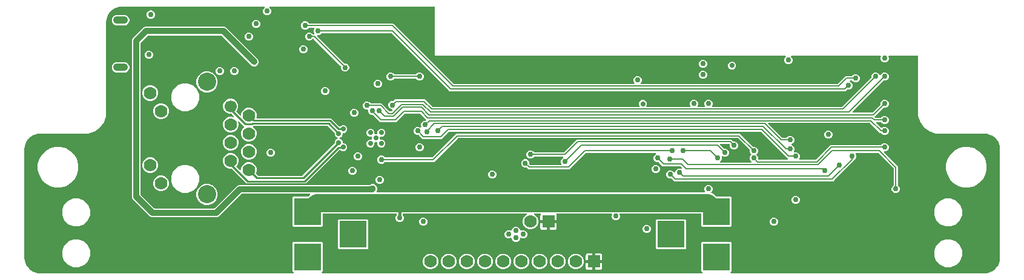
<source format=gbr>
G04 EAGLE Gerber RS-274X export*
G75*
%MOMM*%
%FSLAX34Y34*%
%LPD*%
%INBottom Copper*%
%IPPOS*%
%AMOC8*
5,1,8,0,0,1.08239X$1,22.5*%
G01*
%ADD10C,1.016000*%
%ADD11C,1.778000*%
%ADD12C,1.700000*%
%ADD13C,2.540000*%
%ADD14R,3.810000X3.810000*%
%ADD15R,1.778000X1.778000*%
%ADD16C,0.756400*%
%ADD17C,0.711200*%
%ADD18C,0.203200*%
%ADD19C,0.228600*%
%ADD20C,0.812800*%
%ADD21C,0.956400*%
%ADD22C,2.540000*%
%ADD23C,0.406400*%

G36*
X379561Y3767D02*
X379561Y3767D01*
X379590Y3764D01*
X379701Y3787D01*
X379813Y3803D01*
X379840Y3815D01*
X379869Y3820D01*
X379969Y3873D01*
X380072Y3919D01*
X380095Y3938D01*
X380121Y3951D01*
X380203Y4029D01*
X380289Y4102D01*
X380306Y4127D01*
X380327Y4147D01*
X380384Y4245D01*
X380447Y4339D01*
X380456Y4367D01*
X380471Y4392D01*
X380499Y4502D01*
X380533Y4610D01*
X380534Y4640D01*
X380541Y4668D01*
X380537Y4781D01*
X380540Y4894D01*
X380533Y4923D01*
X380532Y4952D01*
X380497Y5060D01*
X380468Y5169D01*
X380453Y5195D01*
X380444Y5223D01*
X380399Y5287D01*
X380323Y5414D01*
X380277Y5457D01*
X380249Y5496D01*
X378967Y6778D01*
X378967Y46562D01*
X380158Y47753D01*
X419942Y47753D01*
X421133Y46562D01*
X421133Y6778D01*
X419851Y5496D01*
X419833Y5472D01*
X419811Y5453D01*
X419748Y5359D01*
X419680Y5269D01*
X419669Y5241D01*
X419653Y5217D01*
X419619Y5109D01*
X419578Y5003D01*
X419576Y4974D01*
X419567Y4946D01*
X419564Y4832D01*
X419555Y4720D01*
X419561Y4691D01*
X419560Y4662D01*
X419589Y4552D01*
X419611Y4441D01*
X419624Y4415D01*
X419632Y4387D01*
X419689Y4289D01*
X419742Y4189D01*
X419762Y4167D01*
X419777Y4142D01*
X419859Y4065D01*
X419938Y3983D01*
X419963Y3968D01*
X419984Y3948D01*
X420085Y3896D01*
X420183Y3839D01*
X420211Y3832D01*
X420237Y3818D01*
X420315Y3805D01*
X420458Y3769D01*
X420521Y3771D01*
X420568Y3763D01*
X951032Y3763D01*
X951061Y3767D01*
X951090Y3764D01*
X951201Y3787D01*
X951313Y3803D01*
X951340Y3815D01*
X951369Y3820D01*
X951469Y3873D01*
X951572Y3919D01*
X951595Y3938D01*
X951621Y3951D01*
X951703Y4029D01*
X951789Y4102D01*
X951806Y4127D01*
X951827Y4147D01*
X951884Y4245D01*
X951947Y4339D01*
X951956Y4367D01*
X951971Y4392D01*
X951999Y4502D01*
X952033Y4610D01*
X952034Y4640D01*
X952041Y4668D01*
X952037Y4781D01*
X952040Y4894D01*
X952033Y4923D01*
X952032Y4952D01*
X951997Y5060D01*
X951968Y5169D01*
X951953Y5195D01*
X951944Y5223D01*
X951899Y5287D01*
X951823Y5414D01*
X951777Y5457D01*
X951749Y5496D01*
X950467Y6778D01*
X950467Y46562D01*
X951658Y47753D01*
X991442Y47753D01*
X992633Y46562D01*
X992633Y6778D01*
X991351Y5496D01*
X991333Y5472D01*
X991311Y5453D01*
X991248Y5359D01*
X991180Y5269D01*
X991169Y5241D01*
X991153Y5217D01*
X991119Y5109D01*
X991078Y5003D01*
X991076Y4974D01*
X991067Y4946D01*
X991064Y4832D01*
X991055Y4720D01*
X991061Y4691D01*
X991060Y4662D01*
X991089Y4552D01*
X991111Y4441D01*
X991124Y4415D01*
X991132Y4387D01*
X991189Y4289D01*
X991242Y4189D01*
X991262Y4167D01*
X991277Y4142D01*
X991359Y4065D01*
X991438Y3983D01*
X991463Y3968D01*
X991484Y3948D01*
X991585Y3896D01*
X991683Y3839D01*
X991711Y3832D01*
X991737Y3818D01*
X991815Y3805D01*
X991958Y3769D01*
X992021Y3771D01*
X992068Y3763D01*
X1346200Y3763D01*
X1346244Y3769D01*
X1346280Y3766D01*
X1349506Y4020D01*
X1349664Y4055D01*
X1349740Y4066D01*
X1355876Y6060D01*
X1356131Y6185D01*
X1356145Y6197D01*
X1356159Y6204D01*
X1361379Y9997D01*
X1361583Y10194D01*
X1361592Y10211D01*
X1361603Y10221D01*
X1365396Y15441D01*
X1365529Y15692D01*
X1365533Y15710D01*
X1365540Y15724D01*
X1367534Y21860D01*
X1367562Y22020D01*
X1367580Y22094D01*
X1367834Y25320D01*
X1367831Y25365D01*
X1367837Y25400D01*
X1367837Y177800D01*
X1367831Y177844D01*
X1367834Y177880D01*
X1367580Y181106D01*
X1367545Y181264D01*
X1367534Y181340D01*
X1365540Y187476D01*
X1365415Y187731D01*
X1365403Y187745D01*
X1365396Y187759D01*
X1361603Y192979D01*
X1361406Y193183D01*
X1361389Y193192D01*
X1361379Y193203D01*
X1356159Y196996D01*
X1355908Y197129D01*
X1355890Y197133D01*
X1355876Y197140D01*
X1349740Y199134D01*
X1349580Y199162D01*
X1349506Y199180D01*
X1346280Y199434D01*
X1346235Y199431D01*
X1346200Y199437D01*
X1278081Y199437D01*
X1269295Y202292D01*
X1261822Y207722D01*
X1256392Y215195D01*
X1253537Y223981D01*
X1253537Y307340D01*
X1253529Y307395D01*
X1253531Y307439D01*
X1253530Y307440D01*
X1253531Y307456D01*
X1253509Y307538D01*
X1253497Y307622D01*
X1253474Y307675D01*
X1253459Y307731D01*
X1253416Y307804D01*
X1253381Y307881D01*
X1253343Y307926D01*
X1253314Y307976D01*
X1253252Y308034D01*
X1253198Y308098D01*
X1253149Y308130D01*
X1253106Y308170D01*
X1253031Y308209D01*
X1252961Y308256D01*
X1252905Y308273D01*
X1252853Y308300D01*
X1252785Y308311D01*
X1252690Y308341D01*
X1252590Y308344D01*
X1252522Y308355D01*
X1212841Y308355D01*
X1212727Y308339D01*
X1212613Y308329D01*
X1212587Y308319D01*
X1212559Y308315D01*
X1212454Y308268D01*
X1212347Y308227D01*
X1212325Y308211D01*
X1212300Y308199D01*
X1212212Y308125D01*
X1212120Y308056D01*
X1212104Y308033D01*
X1212083Y308016D01*
X1212019Y307920D01*
X1211950Y307828D01*
X1211941Y307802D01*
X1211925Y307779D01*
X1211890Y307669D01*
X1211850Y307562D01*
X1211848Y307534D01*
X1211839Y307508D01*
X1211836Y307393D01*
X1211827Y307279D01*
X1211833Y307254D01*
X1211832Y307224D01*
X1211899Y306967D01*
X1211903Y306951D01*
X1212315Y305957D01*
X1212315Y303643D01*
X1211429Y301506D01*
X1209794Y299871D01*
X1207657Y298985D01*
X1205343Y298985D01*
X1203206Y299871D01*
X1201571Y301506D01*
X1200685Y303643D01*
X1200685Y305957D01*
X1201097Y306951D01*
X1201126Y307063D01*
X1201161Y307172D01*
X1201161Y307200D01*
X1201168Y307227D01*
X1201165Y307341D01*
X1201168Y307456D01*
X1201161Y307483D01*
X1201160Y307511D01*
X1201125Y307620D01*
X1201096Y307731D01*
X1201082Y307755D01*
X1201074Y307782D01*
X1201009Y307877D01*
X1200951Y307976D01*
X1200931Y307995D01*
X1200915Y308018D01*
X1200827Y308092D01*
X1200744Y308170D01*
X1200719Y308183D01*
X1200698Y308201D01*
X1200593Y308247D01*
X1200490Y308300D01*
X1200466Y308304D01*
X1200438Y308316D01*
X1200174Y308353D01*
X1200159Y308355D01*
X1076459Y308355D01*
X1076430Y308351D01*
X1076401Y308354D01*
X1076290Y308331D01*
X1076178Y308315D01*
X1076151Y308303D01*
X1076122Y308298D01*
X1076022Y308246D01*
X1075918Y308199D01*
X1075896Y308180D01*
X1075870Y308167D01*
X1075788Y308089D01*
X1075701Y308016D01*
X1075685Y307991D01*
X1075664Y307971D01*
X1075606Y307873D01*
X1075544Y307779D01*
X1075535Y307751D01*
X1075520Y307726D01*
X1075492Y307616D01*
X1075458Y307508D01*
X1075457Y307478D01*
X1075450Y307450D01*
X1075453Y307337D01*
X1075450Y307224D01*
X1075458Y307195D01*
X1075459Y307166D01*
X1075494Y307058D01*
X1075522Y306949D01*
X1075537Y306923D01*
X1075546Y306895D01*
X1075592Y306832D01*
X1075668Y306704D01*
X1075684Y306689D01*
X1075685Y306687D01*
X1075716Y306658D01*
X1075741Y306622D01*
X1076809Y305554D01*
X1077695Y303417D01*
X1077695Y301103D01*
X1076809Y298966D01*
X1075174Y297331D01*
X1073037Y296445D01*
X1070723Y296445D01*
X1068586Y297331D01*
X1066951Y298966D01*
X1066065Y301103D01*
X1066065Y303417D01*
X1066951Y305554D01*
X1068019Y306622D01*
X1068031Y306638D01*
X1068041Y306647D01*
X1068045Y306653D01*
X1068059Y306665D01*
X1068122Y306759D01*
X1068190Y306849D01*
X1068200Y306877D01*
X1068216Y306901D01*
X1068251Y307009D01*
X1068291Y307115D01*
X1068293Y307144D01*
X1068302Y307172D01*
X1068305Y307286D01*
X1068315Y307398D01*
X1068309Y307427D01*
X1068310Y307456D01*
X1068281Y307566D01*
X1068259Y307677D01*
X1068245Y307703D01*
X1068238Y307731D01*
X1068180Y307829D01*
X1068128Y307929D01*
X1068107Y307951D01*
X1068092Y307976D01*
X1068010Y308053D01*
X1067932Y308135D01*
X1067907Y308150D01*
X1067885Y308170D01*
X1067784Y308222D01*
X1067687Y308279D01*
X1067658Y308286D01*
X1067632Y308300D01*
X1067555Y308313D01*
X1067411Y308349D01*
X1067349Y308347D01*
X1067301Y308355D01*
X577595Y308355D01*
X577595Y376222D01*
X577587Y376280D01*
X577589Y376338D01*
X577567Y376420D01*
X577555Y376504D01*
X577532Y376557D01*
X577517Y376613D01*
X577474Y376686D01*
X577439Y376763D01*
X577401Y376808D01*
X577372Y376858D01*
X577310Y376916D01*
X577256Y376980D01*
X577207Y377012D01*
X577164Y377052D01*
X577089Y377091D01*
X577019Y377138D01*
X576963Y377155D01*
X576911Y377182D01*
X576843Y377193D01*
X576748Y377223D01*
X576648Y377226D01*
X576580Y377237D01*
X347177Y377237D01*
X347148Y377233D01*
X347119Y377236D01*
X347008Y377213D01*
X346896Y377197D01*
X346869Y377185D01*
X346840Y377180D01*
X346739Y377127D01*
X346636Y377081D01*
X346614Y377062D01*
X346588Y377049D01*
X346506Y376971D01*
X346419Y376898D01*
X346403Y376873D01*
X346382Y376853D01*
X346324Y376755D01*
X346262Y376661D01*
X346253Y376633D01*
X346238Y376608D01*
X346210Y376498D01*
X346176Y376390D01*
X346175Y376360D01*
X346168Y376332D01*
X346171Y376219D01*
X346168Y376106D01*
X346176Y376077D01*
X346177Y376048D01*
X346212Y375940D01*
X346240Y375831D01*
X346255Y375805D01*
X346264Y375777D01*
X346310Y375713D01*
X346386Y375586D01*
X346431Y375543D01*
X346459Y375504D01*
X347829Y374134D01*
X348715Y371997D01*
X348715Y369683D01*
X347829Y367546D01*
X346194Y365911D01*
X344057Y365025D01*
X341743Y365025D01*
X339606Y365911D01*
X337971Y367546D01*
X337085Y369683D01*
X337085Y371997D01*
X337971Y374134D01*
X339341Y375504D01*
X339359Y375528D01*
X339381Y375547D01*
X339444Y375641D01*
X339512Y375731D01*
X339522Y375759D01*
X339538Y375783D01*
X339573Y375891D01*
X339613Y375997D01*
X339615Y376026D01*
X339624Y376054D01*
X339627Y376168D01*
X339637Y376280D01*
X339631Y376309D01*
X339632Y376338D01*
X339603Y376448D01*
X339581Y376559D01*
X339567Y376585D01*
X339560Y376613D01*
X339502Y376711D01*
X339450Y376811D01*
X339429Y376833D01*
X339414Y376858D01*
X339332Y376935D01*
X339254Y377017D01*
X339229Y377032D01*
X339207Y377052D01*
X339106Y377104D01*
X339009Y377161D01*
X338980Y377168D01*
X338954Y377182D01*
X338877Y377195D01*
X338733Y377231D01*
X338671Y377229D01*
X338623Y377237D01*
X139700Y377237D01*
X139656Y377231D01*
X139620Y377234D01*
X136394Y376980D01*
X136236Y376945D01*
X136160Y376934D01*
X130024Y374940D01*
X129769Y374815D01*
X129755Y374803D01*
X129741Y374796D01*
X124521Y371003D01*
X124317Y370806D01*
X124308Y370789D01*
X124297Y370779D01*
X120504Y365559D01*
X120371Y365308D01*
X120367Y365290D01*
X120360Y365276D01*
X118366Y359140D01*
X118338Y358980D01*
X118320Y358906D01*
X118066Y355680D01*
X118069Y355635D01*
X118063Y355600D01*
X118063Y223981D01*
X115208Y215195D01*
X109778Y207722D01*
X102305Y202292D01*
X93519Y199437D01*
X25400Y199437D01*
X25356Y199431D01*
X25320Y199434D01*
X22094Y199180D01*
X21936Y199145D01*
X21860Y199134D01*
X15724Y197140D01*
X15469Y197015D01*
X15455Y197003D01*
X15441Y196996D01*
X10221Y193203D01*
X10017Y193006D01*
X10008Y192989D01*
X9997Y192979D01*
X6204Y187759D01*
X6071Y187508D01*
X6067Y187490D01*
X6060Y187476D01*
X4066Y181340D01*
X4038Y181180D01*
X4020Y181106D01*
X3766Y177880D01*
X3769Y177835D01*
X3763Y177800D01*
X3763Y25400D01*
X3769Y25356D01*
X3766Y25320D01*
X4020Y22094D01*
X4055Y21936D01*
X4066Y21860D01*
X6060Y15724D01*
X6185Y15469D01*
X6197Y15455D01*
X6204Y15441D01*
X9997Y10221D01*
X10194Y10017D01*
X10211Y10008D01*
X10221Y9997D01*
X15441Y6204D01*
X15692Y6071D01*
X15710Y6067D01*
X15724Y6060D01*
X21860Y4066D01*
X22020Y4038D01*
X22094Y4020D01*
X25320Y3766D01*
X25365Y3769D01*
X25400Y3763D01*
X379532Y3763D01*
X379561Y3767D01*
G37*
%LPC*%
G36*
X1220991Y116105D02*
X1220991Y116105D01*
X1218854Y116991D01*
X1217219Y118626D01*
X1216333Y120763D01*
X1216333Y123077D01*
X1217219Y125214D01*
X1218802Y126797D01*
X1218854Y126867D01*
X1218914Y126931D01*
X1218940Y126980D01*
X1218973Y127024D01*
X1219004Y127106D01*
X1219044Y127184D01*
X1219052Y127232D01*
X1219074Y127290D01*
X1219086Y127438D01*
X1219099Y127515D01*
X1219099Y150309D01*
X1219087Y150395D01*
X1219084Y150483D01*
X1219067Y150535D01*
X1219059Y150590D01*
X1219024Y150670D01*
X1218997Y150753D01*
X1218969Y150792D01*
X1218943Y150850D01*
X1218847Y150963D01*
X1218802Y151027D01*
X1197915Y171914D01*
X1197845Y171966D01*
X1197781Y172026D01*
X1197731Y172052D01*
X1197687Y172085D01*
X1197606Y172116D01*
X1197528Y172156D01*
X1197480Y172164D01*
X1197422Y172186D01*
X1197274Y172198D01*
X1197197Y172211D01*
X1166700Y172211D01*
X1166586Y172195D01*
X1166472Y172185D01*
X1166446Y172175D01*
X1166418Y172171D01*
X1166313Y172124D01*
X1166206Y172083D01*
X1166184Y172067D01*
X1166159Y172055D01*
X1166071Y171981D01*
X1165980Y171912D01*
X1165963Y171889D01*
X1165942Y171872D01*
X1165878Y171776D01*
X1165809Y171684D01*
X1165800Y171658D01*
X1165784Y171635D01*
X1165750Y171525D01*
X1165709Y171418D01*
X1165707Y171390D01*
X1165698Y171364D01*
X1165696Y171249D01*
X1165686Y171135D01*
X1165692Y171110D01*
X1165691Y171080D01*
X1165758Y170823D01*
X1165762Y170807D01*
X1166595Y168797D01*
X1166595Y166483D01*
X1165709Y164346D01*
X1164126Y162763D01*
X1164074Y162693D01*
X1164014Y162629D01*
X1163988Y162580D01*
X1163955Y162536D01*
X1163924Y162454D01*
X1163884Y162376D01*
X1163876Y162329D01*
X1163854Y162270D01*
X1163842Y162122D01*
X1163829Y162045D01*
X1163829Y161798D01*
X1136475Y134445D01*
X1136475Y134444D01*
X1134392Y132361D01*
X912848Y132361D01*
X910765Y134444D01*
X910765Y134445D01*
X909016Y136194D01*
X909014Y136195D01*
X909013Y136196D01*
X908902Y136279D01*
X908788Y136365D01*
X908787Y136365D01*
X908785Y136366D01*
X908659Y136414D01*
X908523Y136466D01*
X908521Y136466D01*
X908520Y136467D01*
X908379Y136478D01*
X908239Y136489D01*
X908238Y136489D01*
X908236Y136489D01*
X908221Y136486D01*
X907961Y136434D01*
X907945Y136425D01*
X905623Y136425D01*
X903486Y137311D01*
X901851Y138946D01*
X900965Y141083D01*
X900965Y143397D01*
X901851Y145534D01*
X903486Y147169D01*
X905623Y148055D01*
X907937Y148055D01*
X910074Y147169D01*
X911709Y145534D01*
X911712Y145528D01*
X911756Y145454D01*
X911791Y145375D01*
X911828Y145332D01*
X911856Y145283D01*
X911919Y145224D01*
X911975Y145158D01*
X912022Y145127D01*
X912063Y145088D01*
X912140Y145048D01*
X912211Y145001D01*
X912265Y144983D01*
X912316Y144957D01*
X912400Y144941D01*
X912482Y144915D01*
X912539Y144913D01*
X912595Y144902D01*
X912680Y144910D01*
X912766Y144907D01*
X912821Y144922D01*
X912878Y144927D01*
X912958Y144958D01*
X913041Y144979D01*
X913090Y145008D01*
X913143Y145029D01*
X913212Y145081D01*
X913286Y145125D01*
X913325Y145166D01*
X913370Y145200D01*
X913422Y145269D01*
X913480Y145332D01*
X913506Y145382D01*
X913540Y145428D01*
X913571Y145508D01*
X913610Y145585D01*
X913618Y145634D01*
X913641Y145694D01*
X913652Y145839D01*
X913665Y145916D01*
X913665Y145937D01*
X914551Y148074D01*
X916186Y149709D01*
X918323Y150595D01*
X920637Y150595D01*
X921821Y150104D01*
X921905Y150083D01*
X921985Y150052D01*
X922042Y150047D01*
X922097Y150033D01*
X922182Y150036D01*
X922268Y150028D01*
X922324Y150040D01*
X922381Y150041D01*
X922463Y150067D01*
X922547Y150084D01*
X922597Y150111D01*
X922652Y150128D01*
X922723Y150176D01*
X922799Y150215D01*
X922840Y150255D01*
X922888Y150286D01*
X922943Y150352D01*
X923005Y150411D01*
X923034Y150460D01*
X923071Y150504D01*
X923106Y150582D01*
X923149Y150656D01*
X923163Y150711D01*
X923186Y150764D01*
X923198Y150849D01*
X923219Y150932D01*
X923217Y150989D01*
X923225Y151045D01*
X923213Y151130D01*
X923210Y151216D01*
X923193Y151270D01*
X923184Y151326D01*
X923149Y151405D01*
X923123Y151487D01*
X923094Y151527D01*
X923067Y151586D01*
X922973Y151696D01*
X922928Y151760D01*
X921344Y153344D01*
X921274Y153396D01*
X921210Y153456D01*
X921161Y153482D01*
X921116Y153515D01*
X921035Y153546D01*
X920957Y153586D01*
X920909Y153594D01*
X920851Y153616D01*
X920703Y153628D01*
X920626Y153641D01*
X896147Y153641D01*
X890801Y158988D01*
X890731Y159040D01*
X890667Y159100D01*
X890617Y159126D01*
X890573Y159159D01*
X890492Y159190D01*
X890414Y159230D01*
X890366Y159238D01*
X890308Y159260D01*
X890160Y159272D01*
X890083Y159285D01*
X887843Y159285D01*
X885706Y160171D01*
X884071Y161806D01*
X883185Y163943D01*
X883185Y166257D01*
X884071Y168394D01*
X885706Y170029D01*
X886258Y170258D01*
X886332Y170302D01*
X886410Y170337D01*
X886454Y170374D01*
X886503Y170403D01*
X886562Y170465D01*
X886627Y170521D01*
X886659Y170568D01*
X886698Y170609D01*
X886737Y170686D01*
X886785Y170757D01*
X886802Y170811D01*
X886828Y170862D01*
X886845Y170946D01*
X886871Y171028D01*
X886872Y171085D01*
X886883Y171141D01*
X886876Y171226D01*
X886878Y171312D01*
X886864Y171367D01*
X886859Y171424D01*
X886828Y171505D01*
X886806Y171587D01*
X886777Y171636D01*
X886757Y171689D01*
X886705Y171758D01*
X886661Y171832D01*
X886620Y171871D01*
X886585Y171916D01*
X886516Y171968D01*
X886454Y172026D01*
X886403Y172052D01*
X886357Y172086D01*
X886277Y172117D01*
X886201Y172156D01*
X886152Y172164D01*
X886092Y172187D01*
X885947Y172198D01*
X885870Y172211D01*
X789083Y172211D01*
X788997Y172199D01*
X788909Y172196D01*
X788857Y172179D01*
X788802Y172171D01*
X788722Y172136D01*
X788639Y172109D01*
X788600Y172081D01*
X788542Y172055D01*
X788429Y171959D01*
X788365Y171914D01*
X765803Y149351D01*
X708495Y149351D01*
X705929Y151917D01*
X705860Y151969D01*
X705796Y152029D01*
X705746Y152054D01*
X705702Y152088D01*
X705621Y152119D01*
X705543Y152159D01*
X705495Y152167D01*
X705437Y152189D01*
X705289Y152201D01*
X705212Y152214D01*
X702972Y152214D01*
X700835Y153099D01*
X699199Y154735D01*
X698314Y156872D01*
X698314Y159185D01*
X699199Y161323D01*
X700835Y162958D01*
X702972Y163844D01*
X705285Y163844D01*
X707423Y162958D01*
X709058Y161323D01*
X709944Y159185D01*
X709944Y156946D01*
X709956Y156860D01*
X709959Y156772D01*
X709976Y156720D01*
X709983Y156665D01*
X710019Y156585D01*
X710046Y156502D01*
X710074Y156462D01*
X710100Y156405D01*
X710196Y156292D01*
X710241Y156228D01*
X710723Y155746D01*
X710793Y155694D01*
X710857Y155634D01*
X710906Y155608D01*
X710950Y155575D01*
X711032Y155544D01*
X711110Y155504D01*
X711158Y155496D01*
X711216Y155474D01*
X711364Y155462D01*
X711441Y155449D01*
X753540Y155449D01*
X753654Y155465D01*
X753768Y155475D01*
X753794Y155485D01*
X753822Y155489D01*
X753927Y155536D01*
X754034Y155577D01*
X754056Y155593D01*
X754081Y155605D01*
X754169Y155679D01*
X754260Y155748D01*
X754277Y155771D01*
X754298Y155788D01*
X754362Y155884D01*
X754431Y155976D01*
X754440Y156002D01*
X754456Y156025D01*
X754490Y156135D01*
X754531Y156242D01*
X754533Y156270D01*
X754542Y156296D01*
X754544Y156411D01*
X754554Y156525D01*
X754548Y156550D01*
X754549Y156580D01*
X754482Y156837D01*
X754478Y156853D01*
X753645Y158863D01*
X753645Y161177D01*
X754531Y163314D01*
X756166Y164949D01*
X756718Y165178D01*
X756792Y165222D01*
X756870Y165257D01*
X756914Y165294D01*
X756963Y165323D01*
X757022Y165385D01*
X757087Y165441D01*
X757119Y165488D01*
X757158Y165529D01*
X757197Y165606D01*
X757245Y165677D01*
X757262Y165731D01*
X757288Y165782D01*
X757305Y165866D01*
X757331Y165948D01*
X757332Y166005D01*
X757343Y166061D01*
X757336Y166146D01*
X757338Y166232D01*
X757324Y166287D01*
X757319Y166344D01*
X757288Y166424D01*
X757266Y166507D01*
X757237Y166556D01*
X757217Y166609D01*
X757165Y166678D01*
X757121Y166752D01*
X757080Y166791D01*
X757045Y166836D01*
X756976Y166888D01*
X756914Y166946D01*
X756863Y166972D01*
X756818Y167006D01*
X756737Y167037D01*
X756661Y167076D01*
X756612Y167084D01*
X756552Y167107D01*
X756407Y167118D01*
X756330Y167131D01*
X716795Y167131D01*
X716708Y167119D01*
X716621Y167116D01*
X716568Y167099D01*
X716514Y167091D01*
X716434Y167056D01*
X716351Y167029D01*
X716311Y167001D01*
X716254Y166975D01*
X716141Y166879D01*
X716077Y166834D01*
X714494Y165251D01*
X712357Y164365D01*
X710043Y164365D01*
X707906Y165251D01*
X706271Y166886D01*
X705385Y169023D01*
X705385Y171337D01*
X706271Y173474D01*
X707906Y175109D01*
X710043Y175995D01*
X712357Y175995D01*
X714494Y175109D01*
X716077Y173526D01*
X716147Y173474D01*
X716211Y173414D01*
X716260Y173388D01*
X716304Y173355D01*
X716386Y173324D01*
X716464Y173284D01*
X716512Y173276D01*
X716570Y173254D01*
X716718Y173242D01*
X716795Y173229D01*
X757777Y173229D01*
X757863Y173241D01*
X757951Y173244D01*
X758003Y173261D01*
X758058Y173269D01*
X758138Y173304D01*
X758221Y173331D01*
X758260Y173359D01*
X758318Y173385D01*
X758431Y173481D01*
X758495Y173526D01*
X775977Y191009D01*
X991863Y191009D01*
X993879Y188992D01*
X993949Y188940D01*
X994013Y188880D01*
X994063Y188854D01*
X994107Y188821D01*
X994188Y188790D01*
X994266Y188750D01*
X994314Y188742D01*
X994372Y188720D01*
X994520Y188708D01*
X994597Y188695D01*
X996837Y188695D01*
X998974Y187809D01*
X1000609Y186174D01*
X1001495Y184037D01*
X1001495Y181723D01*
X1000609Y179586D01*
X998974Y177951D01*
X996837Y177065D01*
X994523Y177065D01*
X992386Y177951D01*
X990751Y179586D01*
X989865Y181723D01*
X989865Y183896D01*
X989857Y183954D01*
X989859Y184012D01*
X989837Y184094D01*
X989825Y184178D01*
X989802Y184231D01*
X989787Y184287D01*
X989744Y184360D01*
X989709Y184437D01*
X989671Y184482D01*
X989642Y184532D01*
X989580Y184590D01*
X989526Y184654D01*
X989477Y184686D01*
X989434Y184726D01*
X989359Y184765D01*
X989289Y184812D01*
X989233Y184829D01*
X989181Y184856D01*
X989113Y184867D01*
X989018Y184897D01*
X988918Y184900D01*
X988850Y184911D01*
X977551Y184911D01*
X977522Y184907D01*
X977493Y184910D01*
X977382Y184887D01*
X977270Y184871D01*
X977243Y184859D01*
X977214Y184854D01*
X977114Y184802D01*
X977010Y184755D01*
X976988Y184736D01*
X976962Y184723D01*
X976880Y184645D01*
X976793Y184572D01*
X976777Y184547D01*
X976756Y184527D01*
X976699Y184429D01*
X976636Y184335D01*
X976627Y184307D01*
X976612Y184282D01*
X976584Y184172D01*
X976550Y184064D01*
X976549Y184034D01*
X976542Y184006D01*
X976546Y183893D01*
X976543Y183780D01*
X976550Y183751D01*
X976551Y183722D01*
X976586Y183614D01*
X976615Y183505D01*
X976630Y183479D01*
X976639Y183451D01*
X976684Y183388D01*
X976760Y183260D01*
X976805Y183217D01*
X976833Y183178D01*
X981179Y178832D01*
X981249Y178780D01*
X981313Y178720D01*
X981363Y178694D01*
X981407Y178661D01*
X981488Y178630D01*
X981566Y178590D01*
X981614Y178582D01*
X981672Y178560D01*
X981820Y178548D01*
X981897Y178535D01*
X984137Y178535D01*
X986274Y177649D01*
X987909Y176014D01*
X988795Y173877D01*
X988795Y171563D01*
X987909Y169426D01*
X986274Y167791D01*
X984137Y166905D01*
X981823Y166905D01*
X979914Y167696D01*
X979886Y167703D01*
X979860Y167717D01*
X979749Y167739D01*
X979639Y167767D01*
X979610Y167766D01*
X979581Y167772D01*
X979468Y167762D01*
X979355Y167759D01*
X979327Y167750D01*
X979298Y167747D01*
X979192Y167707D01*
X979084Y167672D01*
X979060Y167656D01*
X979032Y167645D01*
X978942Y167577D01*
X978848Y167514D01*
X978829Y167491D01*
X978806Y167474D01*
X978738Y167383D01*
X978665Y167296D01*
X978653Y167269D01*
X978636Y167246D01*
X978596Y167140D01*
X978550Y167036D01*
X978546Y167007D01*
X978535Y166980D01*
X978526Y166867D01*
X978511Y166755D01*
X978515Y166726D01*
X978513Y166697D01*
X978530Y166620D01*
X978551Y166474D01*
X978577Y166416D01*
X978588Y166369D01*
X978635Y166257D01*
X978635Y163943D01*
X977749Y161806D01*
X976455Y160512D01*
X976437Y160488D01*
X976415Y160469D01*
X976352Y160375D01*
X976284Y160285D01*
X976274Y160257D01*
X976258Y160233D01*
X976223Y160125D01*
X976183Y160019D01*
X976181Y159990D01*
X976172Y159962D01*
X976169Y159848D01*
X976159Y159736D01*
X976165Y159707D01*
X976164Y159678D01*
X976193Y159568D01*
X976215Y159457D01*
X976229Y159431D01*
X976236Y159403D01*
X976294Y159305D01*
X976346Y159205D01*
X976367Y159183D01*
X976382Y159158D01*
X976464Y159081D01*
X976542Y158999D01*
X976567Y158984D01*
X976589Y158964D01*
X976690Y158912D01*
X976787Y158855D01*
X976816Y158848D01*
X976842Y158834D01*
X976919Y158821D01*
X977063Y158785D01*
X977125Y158787D01*
X977173Y158779D01*
X1019267Y158779D01*
X1019296Y158783D01*
X1019325Y158780D01*
X1019436Y158803D01*
X1019548Y158819D01*
X1019575Y158831D01*
X1019604Y158836D01*
X1019705Y158889D01*
X1019808Y158935D01*
X1019830Y158954D01*
X1019856Y158967D01*
X1019938Y159045D01*
X1020025Y159118D01*
X1020041Y159143D01*
X1020062Y159163D01*
X1020120Y159261D01*
X1020182Y159355D01*
X1020191Y159383D01*
X1020206Y159408D01*
X1020234Y159518D01*
X1020268Y159626D01*
X1020269Y159656D01*
X1020276Y159684D01*
X1020273Y159797D01*
X1020276Y159910D01*
X1020268Y159939D01*
X1020267Y159968D01*
X1020232Y160076D01*
X1020204Y160185D01*
X1020189Y160211D01*
X1020180Y160239D01*
X1020134Y160303D01*
X1020058Y160430D01*
X1020013Y160473D01*
X1019985Y160512D01*
X1018691Y161806D01*
X1017805Y163943D01*
X1017805Y166257D01*
X1018691Y168394D01*
X1019759Y169462D01*
X1019794Y169509D01*
X1019836Y169549D01*
X1019879Y169622D01*
X1019930Y169689D01*
X1019951Y169744D01*
X1019980Y169794D01*
X1020001Y169876D01*
X1020031Y169955D01*
X1020036Y170013D01*
X1020050Y170070D01*
X1020048Y170154D01*
X1020055Y170238D01*
X1020043Y170296D01*
X1020041Y170354D01*
X1020015Y170434D01*
X1019999Y170517D01*
X1019972Y170569D01*
X1019954Y170625D01*
X1019914Y170681D01*
X1019868Y170769D01*
X1019799Y170842D01*
X1019759Y170898D01*
X1018691Y171966D01*
X1017805Y174103D01*
X1017805Y176343D01*
X1017793Y176429D01*
X1017790Y176517D01*
X1017773Y176569D01*
X1017765Y176624D01*
X1017730Y176704D01*
X1017703Y176787D01*
X1017675Y176826D01*
X1017649Y176884D01*
X1017594Y176948D01*
X1017569Y176991D01*
X1017534Y177024D01*
X1017508Y177061D01*
X1001827Y192742D01*
X1001757Y192794D01*
X1001693Y192854D01*
X1001643Y192880D01*
X1001599Y192913D01*
X1001518Y192944D01*
X1001440Y192984D01*
X1001392Y192992D01*
X1001334Y193014D01*
X1001186Y193026D01*
X1001109Y193039D01*
X610267Y193039D01*
X610181Y193027D01*
X610093Y193024D01*
X610041Y193007D01*
X609986Y192999D01*
X609906Y192964D01*
X609823Y192937D01*
X609784Y192909D01*
X609726Y192883D01*
X609613Y192787D01*
X609549Y192742D01*
X576668Y159860D01*
X508395Y159860D01*
X508308Y159848D01*
X508221Y159845D01*
X508168Y159828D01*
X508114Y159820D01*
X508034Y159784D01*
X507951Y159758D01*
X507911Y159730D01*
X507854Y159704D01*
X507741Y159608D01*
X507677Y159563D01*
X506094Y157979D01*
X503957Y157094D01*
X501643Y157094D01*
X499506Y157979D01*
X497871Y159615D01*
X496985Y161752D01*
X496985Y164065D01*
X497871Y166203D01*
X499506Y167838D01*
X501643Y168724D01*
X503957Y168724D01*
X506094Y167838D01*
X507677Y166255D01*
X507747Y166202D01*
X507811Y166142D01*
X507860Y166117D01*
X507904Y166084D01*
X507986Y166053D01*
X508064Y166013D01*
X508112Y166005D01*
X508170Y165983D01*
X508318Y165971D01*
X508395Y165958D01*
X573721Y165958D01*
X573808Y165970D01*
X573895Y165973D01*
X573948Y165990D01*
X574003Y165997D01*
X574083Y166033D01*
X574166Y166060D01*
X574205Y166088D01*
X574262Y166114D01*
X574376Y166210D01*
X574439Y166255D01*
X607321Y199137D01*
X1004055Y199137D01*
X1006138Y197054D01*
X1006138Y197053D01*
X1021819Y181372D01*
X1021889Y181320D01*
X1021953Y181260D01*
X1022003Y181234D01*
X1022047Y181201D01*
X1022128Y181170D01*
X1022206Y181130D01*
X1022254Y181122D01*
X1022312Y181100D01*
X1022460Y181088D01*
X1022537Y181075D01*
X1024777Y181075D01*
X1026914Y180189D01*
X1028549Y178554D01*
X1029435Y176417D01*
X1029435Y174103D01*
X1028549Y171966D01*
X1027481Y170898D01*
X1027446Y170851D01*
X1027404Y170811D01*
X1027361Y170738D01*
X1027310Y170671D01*
X1027289Y170616D01*
X1027260Y170566D01*
X1027239Y170484D01*
X1027209Y170405D01*
X1027204Y170347D01*
X1027190Y170290D01*
X1027192Y170206D01*
X1027185Y170122D01*
X1027197Y170064D01*
X1027199Y170006D01*
X1027225Y169926D01*
X1027241Y169843D01*
X1027268Y169791D01*
X1027286Y169735D01*
X1027326Y169679D01*
X1027372Y169591D01*
X1027441Y169518D01*
X1027481Y169462D01*
X1028549Y168394D01*
X1029435Y166257D01*
X1029435Y164017D01*
X1029447Y163931D01*
X1029450Y163843D01*
X1029467Y163791D01*
X1029475Y163736D01*
X1029510Y163656D01*
X1029537Y163573D01*
X1029565Y163534D01*
X1029591Y163476D01*
X1029687Y163363D01*
X1029732Y163299D01*
X1029891Y163140D01*
X1029961Y163088D01*
X1030025Y163028D01*
X1030075Y163002D01*
X1030119Y162969D01*
X1030200Y162938D01*
X1030278Y162898D01*
X1030326Y162890D01*
X1030384Y162868D01*
X1030532Y162856D01*
X1030609Y162843D01*
X1070423Y162843D01*
X1070452Y162847D01*
X1070481Y162844D01*
X1070592Y162867D01*
X1070704Y162883D01*
X1070731Y162895D01*
X1070760Y162900D01*
X1070860Y162952D01*
X1070964Y162999D01*
X1070986Y163018D01*
X1071012Y163031D01*
X1071094Y163109D01*
X1071181Y163182D01*
X1071197Y163207D01*
X1071218Y163227D01*
X1071275Y163325D01*
X1071338Y163419D01*
X1071347Y163447D01*
X1071362Y163472D01*
X1071390Y163582D01*
X1071424Y163690D01*
X1071425Y163720D01*
X1071432Y163748D01*
X1071428Y163861D01*
X1071431Y163974D01*
X1071424Y164003D01*
X1071423Y164032D01*
X1071388Y164140D01*
X1071359Y164249D01*
X1071344Y164275D01*
X1071335Y164303D01*
X1071290Y164366D01*
X1071214Y164494D01*
X1071169Y164537D01*
X1071141Y164576D01*
X1033831Y201886D01*
X1033761Y201938D01*
X1033697Y201998D01*
X1033647Y202024D01*
X1033603Y202057D01*
X1033522Y202088D01*
X1033444Y202128D01*
X1033396Y202136D01*
X1033338Y202158D01*
X1033190Y202170D01*
X1033113Y202183D01*
X598075Y202183D01*
X597989Y202171D01*
X597901Y202168D01*
X597849Y202151D01*
X597794Y202143D01*
X597714Y202108D01*
X597631Y202081D01*
X597592Y202053D01*
X597534Y202027D01*
X597421Y201931D01*
X597357Y201886D01*
X587495Y192023D01*
X560585Y192023D01*
X555521Y197088D01*
X555451Y197140D01*
X555387Y197200D01*
X555337Y197226D01*
X555293Y197259D01*
X555212Y197290D01*
X555134Y197330D01*
X555086Y197338D01*
X555028Y197360D01*
X554880Y197372D01*
X554803Y197385D01*
X552563Y197385D01*
X550426Y198271D01*
X548791Y199906D01*
X547905Y202043D01*
X547905Y204357D01*
X548791Y206494D01*
X550426Y208129D01*
X552563Y209015D01*
X554877Y209015D01*
X557181Y208060D01*
X557209Y208053D01*
X557235Y208040D01*
X557346Y208018D01*
X557456Y207989D01*
X557485Y207990D01*
X557514Y207985D01*
X557627Y207994D01*
X557740Y207998D01*
X557768Y208007D01*
X557797Y208009D01*
X557903Y208050D01*
X558011Y208084D01*
X558035Y208101D01*
X558062Y208111D01*
X558153Y208180D01*
X558247Y208243D01*
X558266Y208265D01*
X558289Y208283D01*
X558357Y208373D01*
X558430Y208460D01*
X558442Y208487D01*
X558459Y208510D01*
X558499Y208617D01*
X558545Y208720D01*
X558549Y208749D01*
X558560Y208776D01*
X558569Y208889D01*
X558584Y209001D01*
X558580Y209030D01*
X558582Y209060D01*
X558565Y209136D01*
X558544Y209283D01*
X558518Y209340D01*
X558507Y209387D01*
X558065Y210453D01*
X558065Y212767D01*
X558951Y214904D01*
X560586Y216539D01*
X562723Y217425D01*
X564737Y217425D01*
X564766Y217429D01*
X564795Y217426D01*
X564906Y217449D01*
X565018Y217465D01*
X565045Y217477D01*
X565074Y217482D01*
X565174Y217535D01*
X565278Y217581D01*
X565300Y217600D01*
X565326Y217613D01*
X565408Y217691D01*
X565495Y217764D01*
X565511Y217789D01*
X565532Y217809D01*
X565589Y217907D01*
X565652Y218001D01*
X565661Y218029D01*
X565676Y218054D01*
X565704Y218164D01*
X565738Y218272D01*
X565739Y218302D01*
X565746Y218330D01*
X565742Y218443D01*
X565745Y218556D01*
X565738Y218585D01*
X565737Y218614D01*
X565702Y218722D01*
X565673Y218831D01*
X565659Y218857D01*
X565649Y218885D01*
X565604Y218949D01*
X565528Y219076D01*
X565483Y219119D01*
X565455Y219158D01*
X564090Y220523D01*
X557581Y227032D01*
X557511Y227084D01*
X557447Y227144D01*
X557397Y227170D01*
X557353Y227203D01*
X557272Y227234D01*
X557194Y227274D01*
X557146Y227282D01*
X557088Y227304D01*
X556940Y227316D01*
X556863Y227329D01*
X535845Y227329D01*
X535759Y227317D01*
X535671Y227314D01*
X535619Y227297D01*
X535564Y227289D01*
X535484Y227254D01*
X535401Y227227D01*
X535362Y227199D01*
X535304Y227173D01*
X535191Y227077D01*
X535127Y227032D01*
X523487Y215391D01*
X501149Y215391D01*
X491481Y225059D01*
X491411Y225112D01*
X491347Y225172D01*
X491298Y225197D01*
X491254Y225230D01*
X491172Y225261D01*
X491094Y225301D01*
X491047Y225309D01*
X490988Y225332D01*
X490840Y225344D01*
X490763Y225357D01*
X489032Y225357D01*
X486895Y226242D01*
X485259Y227878D01*
X484374Y230015D01*
X484374Y231930D01*
X484366Y231988D01*
X484367Y232046D01*
X484346Y232128D01*
X484334Y232212D01*
X484310Y232265D01*
X484295Y232321D01*
X484252Y232394D01*
X484218Y232471D01*
X484180Y232516D01*
X484150Y232566D01*
X484088Y232624D01*
X484034Y232688D01*
X483985Y232720D01*
X483943Y232760D01*
X483868Y232799D01*
X483797Y232846D01*
X483742Y232863D01*
X483690Y232890D01*
X483621Y232901D01*
X483526Y232931D01*
X483427Y232934D01*
X483358Y232945D01*
X481443Y232945D01*
X479306Y233831D01*
X477671Y235466D01*
X476785Y237603D01*
X476785Y239917D01*
X477671Y242054D01*
X479306Y243689D01*
X481443Y244575D01*
X483757Y244575D01*
X485894Y243689D01*
X487477Y242106D01*
X487547Y242054D01*
X487611Y241994D01*
X487660Y241968D01*
X487704Y241935D01*
X487786Y241904D01*
X487864Y241864D01*
X487912Y241856D01*
X487970Y241834D01*
X488118Y241822D01*
X488195Y241809D01*
X503167Y241809D01*
X514045Y230930D01*
X514115Y230878D01*
X514179Y230818D01*
X514229Y230792D01*
X514273Y230759D01*
X514354Y230728D01*
X514432Y230688D01*
X514480Y230680D01*
X514538Y230658D01*
X514686Y230646D01*
X514763Y230633D01*
X516477Y230633D01*
X516563Y230645D01*
X516651Y230648D01*
X516703Y230665D01*
X516758Y230673D01*
X516838Y230708D01*
X516921Y230735D01*
X516960Y230763D01*
X517018Y230789D01*
X517131Y230885D01*
X517195Y230930D01*
X518211Y231946D01*
X518228Y231970D01*
X518251Y231989D01*
X518313Y232083D01*
X518381Y232173D01*
X518392Y232201D01*
X518408Y232225D01*
X518442Y232333D01*
X518483Y232439D01*
X518485Y232468D01*
X518494Y232496D01*
X518497Y232610D01*
X518506Y232722D01*
X518501Y232751D01*
X518501Y232780D01*
X518473Y232890D01*
X518450Y233001D01*
X518437Y233027D01*
X518429Y233055D01*
X518372Y233153D01*
X518319Y233253D01*
X518299Y233275D01*
X518284Y233300D01*
X518202Y233377D01*
X518124Y233459D01*
X518098Y233474D01*
X518077Y233494D01*
X517976Y233546D01*
X517878Y233603D01*
X517850Y233610D01*
X517824Y233624D01*
X517746Y233637D01*
X517603Y233673D01*
X517540Y233671D01*
X517493Y233679D01*
X517003Y233679D01*
X514866Y234565D01*
X513231Y236200D01*
X512345Y238337D01*
X512345Y240651D01*
X513231Y242788D01*
X514866Y244423D01*
X517003Y245309D01*
X519243Y245309D01*
X519329Y245321D01*
X519417Y245324D01*
X519469Y245341D01*
X519524Y245349D01*
X519604Y245384D01*
X519687Y245411D01*
X519726Y245439D01*
X519784Y245465D01*
X519897Y245561D01*
X519961Y245606D01*
X521977Y247623D01*
X563901Y247623D01*
X574497Y237026D01*
X574567Y236974D01*
X574631Y236914D01*
X574681Y236888D01*
X574725Y236855D01*
X574806Y236824D01*
X574884Y236784D01*
X574932Y236776D01*
X574990Y236754D01*
X575138Y236742D01*
X575215Y236729D01*
X862841Y236729D01*
X862955Y236745D01*
X863069Y236755D01*
X863095Y236765D01*
X863123Y236769D01*
X863227Y236816D01*
X863335Y236857D01*
X863357Y236873D01*
X863382Y236885D01*
X863470Y236959D01*
X863561Y237028D01*
X863578Y237051D01*
X863599Y237068D01*
X863663Y237164D01*
X863731Y237256D01*
X863741Y237282D01*
X863757Y237305D01*
X863791Y237415D01*
X863832Y237522D01*
X863834Y237550D01*
X863842Y237576D01*
X863845Y237691D01*
X863854Y237805D01*
X863849Y237830D01*
X863850Y237860D01*
X863783Y238117D01*
X863779Y238133D01*
X862975Y240073D01*
X862975Y242296D01*
X863826Y244350D01*
X865398Y245922D01*
X867453Y246773D01*
X869676Y246773D01*
X871730Y245922D01*
X873302Y244350D01*
X874153Y242296D01*
X874153Y240073D01*
X873349Y238133D01*
X873321Y238021D01*
X873286Y237912D01*
X873285Y237884D01*
X873278Y237857D01*
X873282Y237743D01*
X873279Y237628D01*
X873286Y237601D01*
X873287Y237573D01*
X873322Y237464D01*
X873351Y237353D01*
X873365Y237329D01*
X873373Y237302D01*
X873437Y237207D01*
X873496Y237108D01*
X873516Y237089D01*
X873531Y237066D01*
X873619Y236992D01*
X873703Y236914D01*
X873728Y236901D01*
X873749Y236883D01*
X873854Y236837D01*
X873956Y236784D01*
X873981Y236780D01*
X874009Y236768D01*
X874273Y236731D01*
X874287Y236729D01*
X933880Y236729D01*
X933994Y236745D01*
X934108Y236755D01*
X934134Y236765D01*
X934162Y236769D01*
X934267Y236816D01*
X934374Y236857D01*
X934396Y236873D01*
X934421Y236885D01*
X934509Y236959D01*
X934600Y237028D01*
X934617Y237051D01*
X934638Y237068D01*
X934702Y237164D01*
X934771Y237256D01*
X934780Y237282D01*
X934796Y237305D01*
X934830Y237415D01*
X934871Y237522D01*
X934873Y237550D01*
X934882Y237576D01*
X934884Y237691D01*
X934894Y237805D01*
X934888Y237830D01*
X934889Y237860D01*
X934822Y238117D01*
X934818Y238133D01*
X933985Y240143D01*
X933985Y242457D01*
X934871Y244594D01*
X936506Y246229D01*
X938643Y247115D01*
X940957Y247115D01*
X943094Y246229D01*
X944729Y244594D01*
X945615Y242457D01*
X945615Y240143D01*
X944782Y238133D01*
X944753Y238021D01*
X944718Y237912D01*
X944718Y237884D01*
X944711Y237857D01*
X944714Y237743D01*
X944711Y237628D01*
X944718Y237601D01*
X944719Y237573D01*
X944754Y237464D01*
X944783Y237353D01*
X944797Y237329D01*
X944806Y237302D01*
X944870Y237207D01*
X944928Y237108D01*
X944949Y237089D01*
X944964Y237066D01*
X945052Y236992D01*
X945136Y236914D01*
X945160Y236901D01*
X945182Y236883D01*
X945286Y236837D01*
X945389Y236784D01*
X945413Y236780D01*
X945441Y236768D01*
X945705Y236731D01*
X945720Y236729D01*
X954200Y236729D01*
X954314Y236745D01*
X954428Y236755D01*
X954454Y236765D01*
X954482Y236769D01*
X954587Y236816D01*
X954694Y236857D01*
X954716Y236873D01*
X954741Y236885D01*
X954829Y236959D01*
X954920Y237028D01*
X954937Y237051D01*
X954958Y237068D01*
X955022Y237164D01*
X955091Y237256D01*
X955100Y237282D01*
X955116Y237305D01*
X955150Y237415D01*
X955191Y237522D01*
X955193Y237550D01*
X955202Y237576D01*
X955204Y237691D01*
X955214Y237805D01*
X955208Y237830D01*
X955209Y237860D01*
X955142Y238117D01*
X955138Y238133D01*
X954305Y240143D01*
X954305Y242457D01*
X955191Y244594D01*
X956826Y246229D01*
X958963Y247115D01*
X961277Y247115D01*
X963414Y246229D01*
X965049Y244594D01*
X965935Y242457D01*
X965935Y240143D01*
X965102Y238133D01*
X965073Y238021D01*
X965038Y237912D01*
X965038Y237884D01*
X965031Y237857D01*
X965034Y237743D01*
X965031Y237628D01*
X965038Y237601D01*
X965039Y237573D01*
X965074Y237464D01*
X965103Y237353D01*
X965117Y237329D01*
X965126Y237302D01*
X965190Y237207D01*
X965248Y237108D01*
X965268Y237089D01*
X965284Y237066D01*
X965372Y236992D01*
X965456Y236914D01*
X965480Y236901D01*
X965501Y236883D01*
X965606Y236837D01*
X965709Y236784D01*
X965733Y236780D01*
X965761Y236768D01*
X966025Y236731D01*
X966040Y236729D01*
X1146397Y236729D01*
X1146483Y236741D01*
X1146571Y236744D01*
X1146623Y236761D01*
X1146678Y236769D01*
X1146758Y236804D01*
X1146841Y236831D01*
X1146880Y236859D01*
X1146938Y236885D01*
X1147051Y236981D01*
X1147115Y237026D01*
X1187688Y277599D01*
X1187740Y277669D01*
X1187800Y277733D01*
X1187826Y277783D01*
X1187859Y277827D01*
X1187890Y277908D01*
X1187930Y277986D01*
X1187938Y278034D01*
X1187960Y278092D01*
X1187972Y278240D01*
X1187985Y278317D01*
X1187985Y280557D01*
X1188871Y282694D01*
X1190506Y284329D01*
X1192643Y285215D01*
X1194957Y285215D01*
X1197094Y284329D01*
X1198729Y282694D01*
X1199212Y281529D01*
X1199227Y281504D01*
X1199236Y281476D01*
X1199299Y281381D01*
X1199357Y281284D01*
X1199378Y281264D01*
X1199394Y281239D01*
X1199481Y281167D01*
X1199563Y281089D01*
X1199589Y281075D01*
X1199612Y281057D01*
X1199715Y281011D01*
X1199816Y280959D01*
X1199845Y280953D01*
X1199872Y280941D01*
X1199984Y280925D01*
X1200095Y280904D01*
X1200124Y280906D01*
X1200153Y280902D01*
X1200265Y280918D01*
X1200378Y280928D01*
X1200406Y280939D01*
X1200434Y280943D01*
X1200537Y280989D01*
X1200643Y281030D01*
X1200667Y281048D01*
X1200694Y281060D01*
X1200780Y281133D01*
X1200870Y281202D01*
X1200888Y281225D01*
X1200910Y281244D01*
X1200952Y281311D01*
X1201040Y281429D01*
X1201058Y281476D01*
X1201075Y281502D01*
X1201079Y281515D01*
X1201088Y281529D01*
X1201571Y282694D01*
X1203206Y284329D01*
X1205343Y285215D01*
X1207657Y285215D01*
X1209794Y284329D01*
X1211429Y282694D01*
X1212315Y280557D01*
X1212315Y278243D01*
X1211429Y276106D01*
X1209794Y274471D01*
X1207657Y273585D01*
X1205417Y273585D01*
X1205331Y273573D01*
X1205243Y273570D01*
X1205191Y273553D01*
X1205136Y273545D01*
X1205056Y273510D01*
X1204973Y273483D01*
X1204934Y273455D01*
X1204876Y273429D01*
X1204763Y273333D01*
X1204699Y273288D01*
X1161745Y230334D01*
X1161728Y230310D01*
X1161705Y230291D01*
X1161643Y230197D01*
X1161575Y230107D01*
X1161564Y230079D01*
X1161548Y230055D01*
X1161514Y229947D01*
X1161473Y229841D01*
X1161471Y229812D01*
X1161462Y229784D01*
X1161459Y229670D01*
X1161450Y229558D01*
X1161455Y229529D01*
X1161455Y229500D01*
X1161483Y229390D01*
X1161506Y229279D01*
X1161519Y229253D01*
X1161527Y229225D01*
X1161584Y229127D01*
X1161637Y229027D01*
X1161657Y229005D01*
X1161672Y228980D01*
X1161754Y228903D01*
X1161832Y228821D01*
X1161858Y228806D01*
X1161879Y228786D01*
X1161980Y228734D01*
X1162078Y228677D01*
X1162106Y228670D01*
X1162132Y228656D01*
X1162210Y228643D01*
X1162353Y228607D01*
X1162416Y228609D01*
X1162463Y228601D01*
X1189069Y228601D01*
X1189155Y228613D01*
X1189243Y228616D01*
X1189295Y228633D01*
X1189350Y228641D01*
X1189430Y228676D01*
X1189513Y228703D01*
X1189552Y228731D01*
X1189610Y228757D01*
X1189723Y228853D01*
X1189787Y228898D01*
X1200388Y239499D01*
X1200440Y239569D01*
X1200500Y239633D01*
X1200526Y239683D01*
X1200559Y239727D01*
X1200590Y239808D01*
X1200630Y239886D01*
X1200638Y239934D01*
X1200660Y239992D01*
X1200672Y240140D01*
X1200685Y240217D01*
X1200685Y242457D01*
X1201571Y244594D01*
X1203206Y246229D01*
X1205343Y247115D01*
X1207657Y247115D01*
X1209794Y246229D01*
X1211429Y244594D01*
X1212315Y242457D01*
X1212315Y240143D01*
X1211429Y238006D01*
X1209794Y236371D01*
X1207657Y235485D01*
X1205417Y235485D01*
X1205331Y235473D01*
X1205243Y235470D01*
X1205191Y235453D01*
X1205136Y235445D01*
X1205056Y235410D01*
X1204973Y235383D01*
X1204934Y235355D01*
X1204876Y235329D01*
X1204763Y235233D01*
X1204699Y235188D01*
X1194098Y224587D01*
X1192813Y223302D01*
X1192778Y223255D01*
X1192736Y223215D01*
X1192693Y223142D01*
X1192642Y223074D01*
X1192621Y223020D01*
X1192592Y222969D01*
X1192571Y222888D01*
X1192541Y222809D01*
X1192536Y222750D01*
X1192522Y222694D01*
X1192524Y222610D01*
X1192517Y222525D01*
X1192529Y222468D01*
X1192531Y222410D01*
X1192557Y222329D01*
X1192573Y222247D01*
X1192600Y222195D01*
X1192618Y222139D01*
X1192658Y222083D01*
X1192704Y221994D01*
X1192773Y221922D01*
X1192813Y221866D01*
X1192893Y221786D01*
X1192963Y221734D01*
X1193027Y221674D01*
X1193076Y221648D01*
X1193120Y221615D01*
X1193202Y221584D01*
X1193280Y221544D01*
X1193327Y221536D01*
X1193386Y221514D01*
X1193533Y221502D01*
X1193611Y221489D01*
X1200905Y221489D01*
X1200992Y221501D01*
X1201079Y221504D01*
X1201132Y221521D01*
X1201186Y221529D01*
X1201266Y221564D01*
X1201350Y221591D01*
X1201389Y221619D01*
X1201446Y221645D01*
X1201559Y221741D01*
X1201623Y221786D01*
X1203206Y223369D01*
X1205343Y224255D01*
X1207657Y224255D01*
X1209794Y223369D01*
X1211429Y221734D01*
X1212315Y219597D01*
X1212315Y217283D01*
X1211429Y215146D01*
X1209794Y213511D01*
X1207657Y212625D01*
X1205343Y212625D01*
X1203206Y213511D01*
X1201623Y215094D01*
X1201553Y215146D01*
X1201489Y215206D01*
X1201440Y215232D01*
X1201396Y215265D01*
X1201314Y215296D01*
X1201236Y215336D01*
X1201189Y215344D01*
X1201130Y215366D01*
X1200982Y215378D01*
X1200905Y215391D01*
X1195991Y215391D01*
X1195962Y215387D01*
X1195933Y215390D01*
X1195822Y215367D01*
X1195710Y215351D01*
X1195683Y215339D01*
X1195654Y215334D01*
X1195554Y215282D01*
X1195450Y215235D01*
X1195428Y215216D01*
X1195402Y215203D01*
X1195320Y215125D01*
X1195233Y215052D01*
X1195217Y215027D01*
X1195196Y215007D01*
X1195139Y214909D01*
X1195076Y214815D01*
X1195067Y214787D01*
X1195052Y214762D01*
X1195024Y214652D01*
X1194990Y214544D01*
X1194989Y214514D01*
X1194982Y214486D01*
X1194986Y214373D01*
X1194983Y214260D01*
X1194990Y214231D01*
X1194991Y214202D01*
X1195026Y214094D01*
X1195055Y213985D01*
X1195070Y213959D01*
X1195079Y213931D01*
X1195124Y213868D01*
X1195200Y213740D01*
X1195245Y213697D01*
X1195273Y213658D01*
X1201286Y207645D01*
X1201333Y207610D01*
X1201373Y207568D01*
X1201446Y207525D01*
X1201513Y207474D01*
X1201568Y207454D01*
X1201619Y207424D01*
X1201700Y207403D01*
X1201779Y207373D01*
X1201837Y207368D01*
X1201894Y207354D01*
X1201978Y207357D01*
X1202062Y207350D01*
X1202120Y207361D01*
X1202178Y207363D01*
X1202258Y207389D01*
X1202341Y207405D01*
X1202393Y207432D01*
X1202449Y207450D01*
X1202505Y207491D01*
X1202593Y207536D01*
X1202666Y207605D01*
X1202722Y207645D01*
X1203206Y208129D01*
X1205343Y209015D01*
X1207657Y209015D01*
X1209794Y208129D01*
X1211429Y206494D01*
X1212315Y204357D01*
X1212315Y202043D01*
X1211429Y199906D01*
X1209794Y198271D01*
X1207657Y197385D01*
X1205343Y197385D01*
X1203206Y198271D01*
X1201623Y199854D01*
X1201553Y199906D01*
X1201489Y199966D01*
X1201440Y199992D01*
X1201396Y200025D01*
X1201314Y200056D01*
X1201236Y200096D01*
X1201188Y200104D01*
X1201130Y200126D01*
X1200982Y200138D01*
X1200905Y200151D01*
X1200157Y200151D01*
X1186231Y214078D01*
X1186161Y214130D01*
X1186097Y214190D01*
X1186047Y214216D01*
X1186003Y214249D01*
X1185922Y214280D01*
X1185844Y214320D01*
X1185796Y214328D01*
X1185738Y214350D01*
X1185590Y214362D01*
X1185513Y214375D01*
X1044607Y214375D01*
X1044578Y214371D01*
X1044549Y214374D01*
X1044438Y214351D01*
X1044326Y214335D01*
X1044299Y214323D01*
X1044270Y214318D01*
X1044170Y214266D01*
X1044066Y214219D01*
X1044044Y214200D01*
X1044018Y214187D01*
X1043936Y214109D01*
X1043849Y214036D01*
X1043833Y214011D01*
X1043812Y213991D01*
X1043755Y213893D01*
X1043692Y213799D01*
X1043683Y213771D01*
X1043668Y213746D01*
X1043640Y213636D01*
X1043606Y213528D01*
X1043605Y213498D01*
X1043598Y213470D01*
X1043602Y213357D01*
X1043599Y213244D01*
X1043606Y213215D01*
X1043607Y213186D01*
X1043642Y213078D01*
X1043671Y212969D01*
X1043686Y212943D01*
X1043695Y212915D01*
X1043740Y212852D01*
X1043816Y212724D01*
X1043861Y212681D01*
X1043889Y212642D01*
X1062685Y193846D01*
X1062755Y193794D01*
X1062819Y193734D01*
X1062869Y193708D01*
X1062913Y193675D01*
X1062994Y193644D01*
X1063072Y193604D01*
X1063120Y193596D01*
X1063178Y193574D01*
X1063326Y193562D01*
X1063403Y193549D01*
X1068825Y193549D01*
X1068912Y193561D01*
X1068999Y193564D01*
X1069052Y193581D01*
X1069106Y193589D01*
X1069186Y193624D01*
X1069269Y193651D01*
X1069309Y193679D01*
X1069366Y193705D01*
X1069479Y193801D01*
X1069543Y193846D01*
X1071126Y195429D01*
X1073263Y196315D01*
X1075577Y196315D01*
X1077714Y195429D01*
X1079349Y193794D01*
X1080235Y191657D01*
X1080235Y189343D01*
X1079349Y187206D01*
X1077714Y185571D01*
X1076549Y185088D01*
X1076524Y185073D01*
X1076496Y185064D01*
X1076401Y185001D01*
X1076304Y184943D01*
X1076284Y184922D01*
X1076259Y184906D01*
X1076187Y184819D01*
X1076109Y184737D01*
X1076095Y184711D01*
X1076076Y184688D01*
X1076030Y184585D01*
X1075979Y184484D01*
X1075973Y184455D01*
X1075961Y184428D01*
X1075945Y184316D01*
X1075924Y184205D01*
X1075926Y184176D01*
X1075922Y184147D01*
X1075938Y184035D01*
X1075948Y183922D01*
X1075959Y183895D01*
X1075963Y183865D01*
X1076009Y183762D01*
X1076050Y183657D01*
X1076068Y183633D01*
X1076080Y183606D01*
X1076153Y183520D01*
X1076222Y183430D01*
X1076245Y183412D01*
X1076264Y183390D01*
X1076331Y183348D01*
X1076449Y183260D01*
X1076508Y183238D01*
X1076549Y183212D01*
X1077714Y182729D01*
X1079349Y181094D01*
X1080235Y178957D01*
X1080235Y176643D01*
X1079444Y174734D01*
X1079437Y174706D01*
X1079423Y174680D01*
X1079401Y174569D01*
X1079373Y174459D01*
X1079374Y174430D01*
X1079368Y174401D01*
X1079378Y174288D01*
X1079381Y174175D01*
X1079390Y174147D01*
X1079393Y174118D01*
X1079433Y174012D01*
X1079468Y173904D01*
X1079484Y173880D01*
X1079495Y173852D01*
X1079563Y173762D01*
X1079626Y173668D01*
X1079649Y173649D01*
X1079666Y173626D01*
X1079757Y173558D01*
X1079844Y173485D01*
X1079871Y173473D01*
X1079894Y173456D01*
X1080000Y173416D01*
X1080104Y173370D01*
X1080133Y173366D01*
X1080160Y173355D01*
X1080273Y173346D01*
X1080385Y173331D01*
X1080414Y173335D01*
X1080443Y173333D01*
X1080520Y173350D01*
X1080666Y173371D01*
X1080724Y173397D01*
X1080771Y173408D01*
X1080883Y173455D01*
X1083197Y173455D01*
X1085334Y172569D01*
X1086969Y170934D01*
X1087855Y168797D01*
X1087855Y166483D01*
X1086928Y164247D01*
X1086900Y164135D01*
X1086865Y164026D01*
X1086864Y163998D01*
X1086857Y163971D01*
X1086861Y163857D01*
X1086858Y163742D01*
X1086865Y163715D01*
X1086865Y163687D01*
X1086900Y163578D01*
X1086929Y163467D01*
X1086944Y163443D01*
X1086952Y163416D01*
X1087016Y163321D01*
X1087075Y163222D01*
X1087095Y163203D01*
X1087110Y163180D01*
X1087198Y163106D01*
X1087282Y163028D01*
X1087307Y163015D01*
X1087328Y162997D01*
X1087433Y162951D01*
X1087535Y162898D01*
X1087560Y162894D01*
X1087588Y162882D01*
X1087851Y162845D01*
X1087866Y162843D01*
X1109793Y162843D01*
X1109879Y162855D01*
X1109967Y162858D01*
X1110019Y162875D01*
X1110074Y162883D01*
X1110154Y162918D01*
X1110237Y162945D01*
X1110276Y162973D01*
X1110334Y162999D01*
X1110447Y163095D01*
X1110511Y163140D01*
X1130759Y183389D01*
X1200905Y183389D01*
X1200992Y183401D01*
X1201079Y183404D01*
X1201132Y183421D01*
X1201186Y183429D01*
X1201266Y183464D01*
X1201349Y183491D01*
X1201389Y183519D01*
X1201446Y183545D01*
X1201559Y183641D01*
X1201623Y183686D01*
X1203206Y185269D01*
X1205343Y186155D01*
X1207657Y186155D01*
X1209794Y185269D01*
X1211429Y183634D01*
X1212315Y181497D01*
X1212315Y179183D01*
X1211429Y177046D01*
X1209794Y175411D01*
X1207657Y174525D01*
X1206377Y174525D01*
X1206348Y174521D01*
X1206319Y174524D01*
X1206208Y174501D01*
X1206096Y174485D01*
X1206069Y174473D01*
X1206040Y174468D01*
X1205940Y174416D01*
X1205836Y174369D01*
X1205814Y174350D01*
X1205788Y174337D01*
X1205706Y174259D01*
X1205619Y174186D01*
X1205603Y174161D01*
X1205582Y174141D01*
X1205525Y174043D01*
X1205462Y173949D01*
X1205453Y173921D01*
X1205438Y173896D01*
X1205410Y173786D01*
X1205376Y173678D01*
X1205375Y173648D01*
X1205368Y173620D01*
X1205372Y173507D01*
X1205369Y173394D01*
X1205376Y173365D01*
X1205377Y173336D01*
X1205412Y173228D01*
X1205441Y173119D01*
X1205456Y173093D01*
X1205465Y173065D01*
X1205510Y173002D01*
X1205586Y172874D01*
X1205631Y172831D01*
X1205659Y172792D01*
X1225197Y153255D01*
X1225197Y127515D01*
X1225209Y127428D01*
X1225212Y127341D01*
X1225229Y127288D01*
X1225237Y127234D01*
X1225272Y127154D01*
X1225299Y127071D01*
X1225327Y127031D01*
X1225353Y126974D01*
X1225449Y126861D01*
X1225494Y126797D01*
X1227077Y125214D01*
X1227963Y123077D01*
X1227963Y120763D01*
X1227077Y118626D01*
X1225442Y116991D01*
X1223305Y116105D01*
X1220991Y116105D01*
G37*
%LPD*%
%LPC*%
G36*
X709027Y65277D02*
X709027Y65277D01*
X705013Y66940D01*
X701940Y70013D01*
X700277Y74027D01*
X700277Y78373D01*
X701940Y82387D01*
X705013Y85460D01*
X705535Y85676D01*
X705609Y85720D01*
X705687Y85755D01*
X705731Y85792D01*
X705780Y85821D01*
X705839Y85883D01*
X705904Y85939D01*
X705936Y85986D01*
X705975Y86027D01*
X706014Y86104D01*
X706062Y86175D01*
X706079Y86229D01*
X706105Y86280D01*
X706122Y86364D01*
X706148Y86446D01*
X706149Y86503D01*
X706160Y86559D01*
X706153Y86644D01*
X706155Y86730D01*
X706140Y86785D01*
X706136Y86842D01*
X706105Y86922D01*
X706083Y87005D01*
X706054Y87054D01*
X706034Y87107D01*
X705982Y87176D01*
X705938Y87250D01*
X705896Y87289D01*
X705862Y87334D01*
X705793Y87386D01*
X705730Y87444D01*
X705680Y87470D01*
X705634Y87504D01*
X705554Y87535D01*
X705477Y87574D01*
X705429Y87582D01*
X705368Y87605D01*
X705224Y87616D01*
X705146Y87629D01*
X533400Y87629D01*
X533342Y87621D01*
X533284Y87623D01*
X533202Y87601D01*
X533118Y87589D01*
X533065Y87566D01*
X533009Y87551D01*
X532936Y87508D01*
X532859Y87473D01*
X532814Y87435D01*
X532764Y87406D01*
X532706Y87344D01*
X532642Y87290D01*
X532610Y87241D01*
X532570Y87198D01*
X532531Y87123D01*
X532484Y87053D01*
X532467Y86997D01*
X532440Y86945D01*
X532429Y86877D01*
X532399Y86782D01*
X532396Y86682D01*
X532385Y86614D01*
X532385Y85859D01*
X532397Y85772D01*
X532400Y85685D01*
X532417Y85632D01*
X532425Y85578D01*
X532460Y85498D01*
X532487Y85415D01*
X532515Y85375D01*
X532541Y85318D01*
X532637Y85205D01*
X532682Y85141D01*
X533249Y84574D01*
X534135Y82437D01*
X534135Y80123D01*
X533249Y77986D01*
X531614Y76351D01*
X529477Y75465D01*
X527163Y75465D01*
X525026Y76351D01*
X523391Y77986D01*
X522505Y80123D01*
X522505Y82437D01*
X523391Y84574D01*
X523958Y85141D01*
X524010Y85211D01*
X524070Y85275D01*
X524096Y85324D01*
X524129Y85368D01*
X524160Y85450D01*
X524200Y85528D01*
X524208Y85576D01*
X524230Y85634D01*
X524242Y85782D01*
X524255Y85859D01*
X524255Y86614D01*
X524247Y86672D01*
X524249Y86730D01*
X524227Y86812D01*
X524215Y86896D01*
X524192Y86949D01*
X524177Y87005D01*
X524134Y87078D01*
X524099Y87155D01*
X524061Y87200D01*
X524032Y87250D01*
X523970Y87308D01*
X523916Y87372D01*
X523867Y87404D01*
X523824Y87444D01*
X523749Y87483D01*
X523679Y87530D01*
X523623Y87547D01*
X523571Y87574D01*
X523503Y87585D01*
X523408Y87615D01*
X523308Y87618D01*
X523240Y87629D01*
X422148Y87629D01*
X422090Y87621D01*
X422032Y87623D01*
X421950Y87601D01*
X421866Y87589D01*
X421813Y87566D01*
X421757Y87551D01*
X421684Y87508D01*
X421607Y87473D01*
X421562Y87435D01*
X421512Y87406D01*
X421454Y87344D01*
X421390Y87290D01*
X421358Y87241D01*
X421318Y87198D01*
X421279Y87123D01*
X421232Y87053D01*
X421215Y86997D01*
X421188Y86945D01*
X421177Y86877D01*
X421147Y86782D01*
X421144Y86682D01*
X421133Y86614D01*
X421133Y70278D01*
X419942Y69087D01*
X380158Y69087D01*
X378967Y70278D01*
X378967Y110062D01*
X380158Y111253D01*
X399877Y111253D01*
X399964Y111265D01*
X400051Y111268D01*
X400104Y111285D01*
X400158Y111293D01*
X400238Y111328D01*
X400322Y111355D01*
X400361Y111383D01*
X400418Y111409D01*
X400531Y111505D01*
X400595Y111550D01*
X402750Y113706D01*
X402768Y113729D01*
X402790Y113748D01*
X402853Y113842D01*
X402921Y113933D01*
X402932Y113960D01*
X402948Y113985D01*
X402982Y114093D01*
X403022Y114198D01*
X403025Y114228D01*
X403034Y114256D01*
X403037Y114369D01*
X403046Y114482D01*
X403040Y114510D01*
X403041Y114540D01*
X403012Y114649D01*
X402990Y114760D01*
X402977Y114787D01*
X402969Y114815D01*
X402911Y114912D01*
X402859Y115013D01*
X402839Y115034D01*
X402824Y115059D01*
X402741Y115137D01*
X402663Y115219D01*
X402638Y115234D01*
X402617Y115254D01*
X402516Y115305D01*
X402418Y115363D01*
X402390Y115370D01*
X402364Y115383D01*
X402286Y115396D01*
X402143Y115433D01*
X402080Y115431D01*
X402032Y115439D01*
X308130Y115439D01*
X308044Y115426D01*
X307956Y115424D01*
X307904Y115407D01*
X307849Y115399D01*
X307769Y115363D01*
X307686Y115336D01*
X307647Y115308D01*
X307590Y115283D01*
X307476Y115187D01*
X307413Y115141D01*
X275618Y83347D01*
X273377Y82419D01*
X181667Y82419D01*
X179426Y83347D01*
X154851Y107922D01*
X153923Y110163D01*
X153923Y330011D01*
X154851Y332252D01*
X170668Y348069D01*
X172909Y348997D01*
X283153Y348997D01*
X285394Y348069D01*
X330289Y303174D01*
X331217Y300933D01*
X331217Y298507D01*
X330289Y296266D01*
X328574Y294551D01*
X326333Y293623D01*
X323907Y293623D01*
X321666Y294551D01*
X279712Y336506D01*
X279642Y336558D01*
X279578Y336618D01*
X279529Y336644D01*
X279485Y336677D01*
X279403Y336708D01*
X279325Y336748D01*
X279278Y336756D01*
X279219Y336778D01*
X279071Y336790D01*
X278994Y336803D01*
X177068Y336803D01*
X176981Y336791D01*
X176893Y336788D01*
X176841Y336771D01*
X176786Y336763D01*
X176706Y336728D01*
X176623Y336701D01*
X176584Y336673D01*
X176527Y336647D01*
X176413Y336551D01*
X176350Y336506D01*
X166414Y326570D01*
X166362Y326501D01*
X166302Y326437D01*
X166276Y326387D01*
X166243Y326343D01*
X166212Y326261D01*
X166172Y326184D01*
X166164Y326136D01*
X166142Y326078D01*
X166130Y325930D01*
X166117Y325852D01*
X166117Y114321D01*
X166129Y114235D01*
X166132Y114147D01*
X166149Y114095D01*
X166157Y114040D01*
X166192Y113960D01*
X166219Y113877D01*
X166247Y113838D01*
X166273Y113780D01*
X166369Y113667D01*
X166414Y113603D01*
X185108Y94910D01*
X185178Y94857D01*
X185242Y94797D01*
X185291Y94772D01*
X185335Y94739D01*
X185417Y94708D01*
X185495Y94668D01*
X185542Y94660D01*
X185601Y94637D01*
X185749Y94625D01*
X185826Y94612D01*
X269219Y94612D01*
X269305Y94624D01*
X269393Y94627D01*
X269445Y94644D01*
X269500Y94652D01*
X269580Y94688D01*
X269663Y94715D01*
X269702Y94743D01*
X269760Y94768D01*
X269873Y94864D01*
X269937Y94910D01*
X301731Y126704D01*
X303972Y127632D01*
X486491Y127632D01*
X486522Y127636D01*
X486553Y127634D01*
X486630Y127652D01*
X486773Y127672D01*
X486832Y127698D01*
X486880Y127709D01*
X489249Y128691D01*
X491960Y128691D01*
X494465Y127653D01*
X496382Y125736D01*
X497419Y123232D01*
X497419Y120520D01*
X496582Y118499D01*
X496553Y118387D01*
X496518Y118278D01*
X496518Y118250D01*
X496511Y118223D01*
X496514Y118109D01*
X496511Y117994D01*
X496518Y117967D01*
X496519Y117939D01*
X496554Y117830D01*
X496583Y117719D01*
X496597Y117695D01*
X496606Y117668D01*
X496670Y117573D01*
X496728Y117474D01*
X496748Y117455D01*
X496764Y117432D01*
X496852Y117358D01*
X496936Y117280D01*
X496960Y117267D01*
X496981Y117249D01*
X497086Y117203D01*
X497189Y117150D01*
X497213Y117146D01*
X497241Y117134D01*
X497505Y117097D01*
X497520Y117095D01*
X954305Y117095D01*
X954419Y117111D01*
X954534Y117121D01*
X954559Y117131D01*
X954587Y117135D01*
X954692Y117182D01*
X954799Y117223D01*
X954821Y117239D01*
X954846Y117251D01*
X954934Y117325D01*
X955026Y117394D01*
X955042Y117417D01*
X955063Y117434D01*
X955127Y117530D01*
X955196Y117622D01*
X955206Y117648D01*
X955221Y117671D01*
X955256Y117781D01*
X955296Y117888D01*
X955298Y117916D01*
X955307Y117942D01*
X955310Y118057D01*
X955319Y118171D01*
X955313Y118196D01*
X955314Y118226D01*
X955247Y118483D01*
X955243Y118499D01*
X954305Y120763D01*
X954305Y123077D01*
X955191Y125214D01*
X956826Y126849D01*
X958963Y127735D01*
X961277Y127735D01*
X963414Y126849D01*
X965049Y125214D01*
X965935Y123077D01*
X965935Y120763D01*
X965049Y118626D01*
X964232Y117809D01*
X964163Y117717D01*
X964089Y117629D01*
X964078Y117604D01*
X964061Y117582D01*
X964020Y117474D01*
X963974Y117370D01*
X963970Y117342D01*
X963960Y117316D01*
X963951Y117202D01*
X963935Y117088D01*
X963939Y117060D01*
X963937Y117033D01*
X963959Y116920D01*
X963976Y116807D01*
X963987Y116781D01*
X963992Y116754D01*
X964046Y116652D01*
X964093Y116548D01*
X964111Y116527D01*
X964123Y116502D01*
X964203Y116419D01*
X964277Y116331D01*
X964298Y116318D01*
X964319Y116296D01*
X964548Y116161D01*
X964562Y116153D01*
X967703Y114852D01*
X971005Y111550D01*
X971075Y111498D01*
X971139Y111438D01*
X971188Y111412D01*
X971232Y111379D01*
X971314Y111348D01*
X971392Y111308D01*
X971440Y111300D01*
X971498Y111278D01*
X971646Y111266D01*
X971723Y111253D01*
X991442Y111253D01*
X992633Y110062D01*
X992633Y70278D01*
X991442Y69087D01*
X951658Y69087D01*
X950467Y70278D01*
X950467Y86614D01*
X950459Y86672D01*
X950461Y86730D01*
X950439Y86812D01*
X950427Y86896D01*
X950404Y86949D01*
X950389Y87005D01*
X950346Y87078D01*
X950311Y87155D01*
X950273Y87200D01*
X950244Y87250D01*
X950182Y87308D01*
X950128Y87372D01*
X950079Y87404D01*
X950036Y87444D01*
X949961Y87483D01*
X949891Y87530D01*
X949835Y87547D01*
X949783Y87574D01*
X949715Y87585D01*
X949620Y87615D01*
X949520Y87618D01*
X949452Y87629D01*
X836815Y87629D01*
X836702Y87613D01*
X836587Y87603D01*
X836561Y87593D01*
X836534Y87589D01*
X836429Y87542D01*
X836322Y87501D01*
X836300Y87485D01*
X836274Y87473D01*
X836187Y87399D01*
X836095Y87330D01*
X836079Y87307D01*
X836057Y87290D01*
X835994Y87194D01*
X835925Y87102D01*
X835915Y87076D01*
X835900Y87053D01*
X835865Y86943D01*
X835825Y86836D01*
X835822Y86808D01*
X835814Y86782D01*
X835811Y86667D01*
X835802Y86553D01*
X835808Y86528D01*
X835807Y86498D01*
X835874Y86241D01*
X835877Y86225D01*
X836395Y84977D01*
X836395Y82663D01*
X835509Y80526D01*
X833874Y78891D01*
X831737Y78005D01*
X829423Y78005D01*
X827286Y78891D01*
X825651Y80526D01*
X824765Y82663D01*
X824765Y84977D01*
X825283Y86225D01*
X825311Y86337D01*
X825346Y86446D01*
X825347Y86474D01*
X825354Y86501D01*
X825350Y86615D01*
X825353Y86730D01*
X825346Y86757D01*
X825345Y86785D01*
X825310Y86894D01*
X825281Y87005D01*
X825267Y87029D01*
X825259Y87056D01*
X825195Y87151D01*
X825136Y87250D01*
X825116Y87269D01*
X825100Y87292D01*
X825013Y87366D01*
X824929Y87444D01*
X824904Y87457D01*
X824883Y87475D01*
X824778Y87521D01*
X824676Y87574D01*
X824651Y87578D01*
X824623Y87590D01*
X824359Y87627D01*
X824345Y87629D01*
X748716Y87629D01*
X748677Y87624D01*
X748638Y87626D01*
X748537Y87604D01*
X748435Y87589D01*
X748399Y87573D01*
X748361Y87565D01*
X748270Y87516D01*
X748175Y87473D01*
X748145Y87448D01*
X748111Y87429D01*
X748037Y87356D01*
X747958Y87290D01*
X747937Y87257D01*
X747909Y87229D01*
X747858Y87139D01*
X747801Y87053D01*
X747789Y87016D01*
X747770Y86981D01*
X747746Y86881D01*
X747715Y86782D01*
X747714Y86743D01*
X747705Y86705D01*
X747710Y86601D01*
X747708Y86498D01*
X747717Y86460D01*
X747719Y86421D01*
X747747Y86348D01*
X747779Y86223D01*
X747817Y86159D01*
X747837Y86106D01*
X747858Y86071D01*
X748031Y85424D01*
X748031Y78231D01*
X737616Y78231D01*
X737558Y78223D01*
X737500Y78225D01*
X737418Y78203D01*
X737335Y78191D01*
X737281Y78167D01*
X737225Y78153D01*
X737152Y78110D01*
X737075Y78075D01*
X737031Y78037D01*
X736980Y78007D01*
X736923Y77946D01*
X736858Y77891D01*
X736826Y77843D01*
X736786Y77800D01*
X736747Y77725D01*
X736701Y77655D01*
X736683Y77599D01*
X736656Y77547D01*
X736645Y77479D01*
X736615Y77384D01*
X736612Y77284D01*
X736601Y77216D01*
X736601Y76199D01*
X736599Y76199D01*
X736599Y77216D01*
X736591Y77274D01*
X736592Y77332D01*
X736571Y77414D01*
X736559Y77497D01*
X736535Y77551D01*
X736521Y77607D01*
X736478Y77680D01*
X736443Y77757D01*
X736405Y77802D01*
X736375Y77852D01*
X736314Y77910D01*
X736259Y77974D01*
X736211Y78006D01*
X736168Y78046D01*
X736093Y78085D01*
X736023Y78131D01*
X735967Y78149D01*
X735915Y78176D01*
X735847Y78187D01*
X735752Y78217D01*
X735652Y78220D01*
X735584Y78231D01*
X725169Y78231D01*
X725169Y85424D01*
X725342Y86071D01*
X725363Y86106D01*
X725378Y86143D01*
X725399Y86175D01*
X725431Y86274D01*
X725469Y86370D01*
X725473Y86409D01*
X725485Y86446D01*
X725488Y86550D01*
X725498Y86653D01*
X725491Y86691D01*
X725492Y86730D01*
X725466Y86830D01*
X725448Y86932D01*
X725430Y86968D01*
X725421Y87005D01*
X725368Y87094D01*
X725322Y87187D01*
X725295Y87216D01*
X725275Y87250D01*
X725200Y87321D01*
X725130Y87397D01*
X725097Y87418D01*
X725068Y87444D01*
X724976Y87492D01*
X724888Y87546D01*
X724850Y87556D01*
X724815Y87574D01*
X724738Y87587D01*
X724613Y87621D01*
X724539Y87620D01*
X724484Y87629D01*
X717254Y87629D01*
X717169Y87617D01*
X717083Y87615D01*
X717029Y87597D01*
X716972Y87589D01*
X716894Y87554D01*
X716812Y87528D01*
X716765Y87496D01*
X716713Y87473D01*
X716647Y87418D01*
X716576Y87370D01*
X716539Y87326D01*
X716496Y87290D01*
X716448Y87218D01*
X716393Y87152D01*
X716370Y87100D01*
X716338Y87053D01*
X716312Y86971D01*
X716277Y86892D01*
X716270Y86836D01*
X716252Y86782D01*
X716250Y86696D01*
X716239Y86611D01*
X716247Y86555D01*
X716245Y86498D01*
X716267Y86415D01*
X716279Y86329D01*
X716303Y86278D01*
X716317Y86223D01*
X716361Y86149D01*
X716396Y86070D01*
X716433Y86027D01*
X716462Y85978D01*
X716525Y85919D01*
X716581Y85854D01*
X716623Y85828D01*
X716670Y85784D01*
X716799Y85718D01*
X716865Y85676D01*
X717387Y85460D01*
X720460Y82387D01*
X722123Y78373D01*
X722123Y74027D01*
X720460Y70013D01*
X717387Y66940D01*
X713373Y65277D01*
X709027Y65277D01*
G37*
%LPD*%
%LPC*%
G36*
X598177Y258571D02*
X598177Y258571D01*
X517195Y339554D01*
X517125Y339606D01*
X517061Y339666D01*
X517011Y339692D01*
X516967Y339725D01*
X516886Y339756D01*
X516808Y339796D01*
X516760Y339804D01*
X516702Y339826D01*
X516554Y339838D01*
X516477Y339851D01*
X419615Y339851D01*
X419528Y339839D01*
X419441Y339836D01*
X419388Y339819D01*
X419334Y339811D01*
X419254Y339776D01*
X419171Y339749D01*
X419131Y339721D01*
X419074Y339695D01*
X418961Y339599D01*
X418897Y339554D01*
X417314Y337971D01*
X415177Y337085D01*
X413897Y337085D01*
X413868Y337081D01*
X413839Y337084D01*
X413728Y337061D01*
X413616Y337045D01*
X413589Y337033D01*
X413560Y337028D01*
X413460Y336976D01*
X413356Y336929D01*
X413334Y336910D01*
X413308Y336897D01*
X413226Y336819D01*
X413139Y336746D01*
X413123Y336721D01*
X413102Y336701D01*
X413045Y336603D01*
X412982Y336509D01*
X412973Y336481D01*
X412958Y336456D01*
X412930Y336346D01*
X412896Y336238D01*
X412895Y336208D01*
X412888Y336180D01*
X412892Y336067D01*
X412889Y335954D01*
X412896Y335925D01*
X412897Y335896D01*
X412932Y335788D01*
X412961Y335679D01*
X412976Y335653D01*
X412985Y335625D01*
X413030Y335562D01*
X413106Y335434D01*
X413151Y335391D01*
X413179Y335352D01*
X450485Y298047D01*
X450555Y297994D01*
X450619Y297934D01*
X450668Y297909D01*
X450712Y297876D01*
X450794Y297845D01*
X450872Y297805D01*
X450919Y297797D01*
X450978Y297775D01*
X451125Y297762D01*
X451203Y297749D01*
X453111Y297749D01*
X455248Y296864D01*
X456884Y295228D01*
X457769Y293091D01*
X457769Y290778D01*
X456884Y288641D01*
X455248Y287005D01*
X453111Y286120D01*
X450798Y286120D01*
X448661Y287005D01*
X447025Y288641D01*
X446140Y290778D01*
X446140Y293180D01*
X446150Y293218D01*
X446149Y293220D01*
X446150Y293222D01*
X446146Y293357D01*
X446142Y293502D01*
X446141Y293504D01*
X446141Y293506D01*
X446099Y293637D01*
X446055Y293773D01*
X446054Y293775D01*
X446053Y293777D01*
X446043Y293791D01*
X445897Y294009D01*
X445873Y294029D01*
X445859Y294050D01*
X408092Y331816D01*
X408046Y331851D01*
X408005Y331894D01*
X407932Y331937D01*
X407865Y331987D01*
X407810Y332008D01*
X407760Y332038D01*
X407678Y332058D01*
X407599Y332088D01*
X407541Y332093D01*
X407484Y332108D01*
X407400Y332105D01*
X407316Y332112D01*
X407259Y332100D01*
X407200Y332099D01*
X407120Y332073D01*
X407037Y332056D01*
X406985Y332029D01*
X406930Y332011D01*
X406873Y331971D01*
X406785Y331925D01*
X406713Y331856D01*
X406656Y331816D01*
X405191Y330351D01*
X403053Y329465D01*
X400740Y329465D01*
X398603Y330351D01*
X396967Y331986D01*
X396082Y334123D01*
X396082Y336437D01*
X396967Y338574D01*
X398603Y340209D01*
X400740Y341095D01*
X403053Y341095D01*
X405191Y340209D01*
X406774Y338626D01*
X406844Y338574D01*
X406908Y338514D01*
X406957Y338488D01*
X407001Y338455D01*
X407083Y338424D01*
X407161Y338384D01*
X407208Y338376D01*
X407267Y338354D01*
X407415Y338342D01*
X407492Y338329D01*
X408100Y338329D01*
X408214Y338345D01*
X408328Y338355D01*
X408354Y338365D01*
X408382Y338369D01*
X408487Y338416D01*
X408594Y338457D01*
X408616Y338473D01*
X408641Y338485D01*
X408729Y338559D01*
X408820Y338628D01*
X408837Y338651D01*
X408858Y338668D01*
X408922Y338764D01*
X408991Y338856D01*
X409000Y338882D01*
X409016Y338905D01*
X409050Y339015D01*
X409091Y339122D01*
X409093Y339150D01*
X409102Y339176D01*
X409104Y339291D01*
X409114Y339405D01*
X409108Y339430D01*
X409109Y339460D01*
X409042Y339717D01*
X409038Y339733D01*
X408205Y341743D01*
X408205Y344057D01*
X409070Y346143D01*
X409098Y346255D01*
X409133Y346364D01*
X409134Y346392D01*
X409141Y346419D01*
X409137Y346533D01*
X409140Y346648D01*
X409133Y346675D01*
X409132Y346703D01*
X409097Y346812D01*
X409068Y346923D01*
X409054Y346947D01*
X409046Y346974D01*
X408982Y347069D01*
X408923Y347168D01*
X408903Y347187D01*
X408888Y347210D01*
X408800Y347284D01*
X408716Y347362D01*
X408691Y347375D01*
X408670Y347393D01*
X408565Y347439D01*
X408463Y347492D01*
X408438Y347496D01*
X408410Y347508D01*
X408146Y347545D01*
X408132Y347547D01*
X401835Y347547D01*
X401748Y347535D01*
X401661Y347532D01*
X401608Y347515D01*
X401554Y347507D01*
X401474Y347472D01*
X401391Y347445D01*
X401351Y347417D01*
X401294Y347391D01*
X401181Y347295D01*
X401117Y347250D01*
X399534Y345667D01*
X397397Y344781D01*
X395083Y344781D01*
X392946Y345667D01*
X391311Y347302D01*
X390425Y349439D01*
X390425Y351753D01*
X391311Y353890D01*
X392946Y355525D01*
X395083Y356411D01*
X397397Y356411D01*
X399534Y355525D01*
X401117Y353942D01*
X401187Y353890D01*
X401251Y353830D01*
X401300Y353804D01*
X401344Y353771D01*
X401426Y353740D01*
X401504Y353700D01*
X401552Y353692D01*
X401610Y353670D01*
X401758Y353658D01*
X401835Y353645D01*
X519423Y353645D01*
X603811Y269256D01*
X603881Y269204D01*
X603945Y269144D01*
X603995Y269118D01*
X604039Y269085D01*
X604120Y269054D01*
X604198Y269014D01*
X604246Y269006D01*
X604304Y268984D01*
X604452Y268972D01*
X604529Y268959D01*
X855747Y268959D01*
X855776Y268963D01*
X855805Y268960D01*
X855916Y268983D01*
X856028Y268999D01*
X856055Y269011D01*
X856084Y269016D01*
X856185Y269069D01*
X856288Y269115D01*
X856310Y269134D01*
X856336Y269147D01*
X856418Y269225D01*
X856505Y269298D01*
X856521Y269323D01*
X856542Y269343D01*
X856600Y269441D01*
X856662Y269535D01*
X856671Y269563D01*
X856686Y269588D01*
X856714Y269698D01*
X856748Y269806D01*
X856749Y269836D01*
X856756Y269864D01*
X856753Y269977D01*
X856756Y270090D01*
X856748Y270119D01*
X856747Y270148D01*
X856712Y270256D01*
X856684Y270365D01*
X856669Y270391D01*
X856660Y270419D01*
X856614Y270483D01*
X856538Y270610D01*
X856493Y270653D01*
X856465Y270692D01*
X856131Y271026D01*
X855245Y273163D01*
X855245Y275477D01*
X856131Y277614D01*
X857766Y279249D01*
X859903Y280135D01*
X862217Y280135D01*
X864354Y279249D01*
X865989Y277614D01*
X866875Y275477D01*
X866875Y273163D01*
X865989Y271026D01*
X865655Y270692D01*
X865637Y270668D01*
X865615Y270649D01*
X865552Y270555D01*
X865484Y270465D01*
X865474Y270437D01*
X865458Y270413D01*
X865423Y270305D01*
X865383Y270199D01*
X865381Y270170D01*
X865372Y270142D01*
X865369Y270029D01*
X865359Y269916D01*
X865365Y269887D01*
X865364Y269858D01*
X865393Y269748D01*
X865415Y269637D01*
X865429Y269611D01*
X865436Y269583D01*
X865494Y269485D01*
X865546Y269385D01*
X865567Y269363D01*
X865582Y269338D01*
X865664Y269261D01*
X865742Y269179D01*
X865767Y269164D01*
X865789Y269144D01*
X865890Y269092D01*
X865987Y269035D01*
X866016Y269028D01*
X866042Y269014D01*
X866119Y269001D01*
X866263Y268965D01*
X866325Y268967D01*
X866373Y268959D01*
X1140527Y268959D01*
X1140613Y268971D01*
X1140701Y268974D01*
X1140753Y268991D01*
X1140808Y268999D01*
X1140888Y269034D01*
X1140971Y269061D01*
X1141010Y269089D01*
X1141068Y269115D01*
X1141181Y269211D01*
X1141245Y269256D01*
X1151897Y279909D01*
X1160265Y279909D01*
X1160352Y279921D01*
X1160439Y279924D01*
X1160492Y279941D01*
X1160546Y279949D01*
X1160626Y279984D01*
X1160709Y280011D01*
X1160749Y280039D01*
X1160806Y280065D01*
X1160919Y280161D01*
X1160983Y280206D01*
X1162566Y281789D01*
X1164703Y282675D01*
X1167017Y282675D01*
X1169154Y281789D01*
X1170789Y280154D01*
X1171675Y278017D01*
X1171675Y275703D01*
X1170789Y273566D01*
X1169154Y271931D01*
X1167017Y271045D01*
X1164703Y271045D01*
X1162566Y271931D01*
X1160983Y273514D01*
X1160913Y273566D01*
X1160849Y273626D01*
X1160800Y273652D01*
X1160756Y273685D01*
X1160674Y273716D01*
X1160596Y273756D01*
X1160548Y273764D01*
X1160490Y273786D01*
X1160342Y273798D01*
X1160265Y273811D01*
X1158830Y273811D01*
X1158745Y273799D01*
X1158660Y273797D01*
X1158605Y273779D01*
X1158549Y273771D01*
X1158471Y273736D01*
X1158389Y273710D01*
X1158341Y273678D01*
X1158290Y273655D01*
X1158224Y273600D01*
X1158153Y273552D01*
X1158116Y273508D01*
X1158073Y273472D01*
X1158025Y273400D01*
X1157970Y273334D01*
X1157947Y273282D01*
X1157915Y273235D01*
X1157889Y273153D01*
X1157854Y273074D01*
X1157846Y273018D01*
X1157829Y272964D01*
X1157827Y272878D01*
X1157815Y272793D01*
X1157823Y272737D01*
X1157822Y272680D01*
X1157844Y272597D01*
X1157856Y272511D01*
X1157879Y272460D01*
X1157894Y272405D01*
X1157938Y272331D01*
X1157973Y272252D01*
X1158010Y272209D01*
X1158039Y272160D01*
X1158102Y272101D01*
X1158157Y272036D01*
X1158199Y272010D01*
X1158246Y271966D01*
X1158375Y271900D01*
X1158442Y271858D01*
X1158994Y271629D01*
X1160629Y269994D01*
X1161515Y267857D01*
X1161515Y265543D01*
X1160629Y263406D01*
X1158994Y261771D01*
X1156857Y260885D01*
X1154617Y260885D01*
X1154531Y260873D01*
X1154443Y260870D01*
X1154391Y260853D01*
X1154336Y260845D01*
X1154256Y260810D01*
X1154173Y260783D01*
X1154134Y260755D01*
X1154076Y260729D01*
X1153963Y260633D01*
X1153899Y260588D01*
X1151883Y258571D01*
X598177Y258571D01*
G37*
%LPD*%
%LPC*%
G36*
X314396Y129666D02*
X314396Y129666D01*
X293984Y150078D01*
X293915Y150130D01*
X293851Y150190D01*
X293801Y150216D01*
X293757Y150249D01*
X293675Y150280D01*
X293597Y150320D01*
X293550Y150328D01*
X293491Y150350D01*
X293344Y150362D01*
X293266Y150375D01*
X289917Y150375D01*
X285902Y152038D01*
X282830Y155111D01*
X281167Y159125D01*
X281167Y163471D01*
X282830Y167485D01*
X285902Y170558D01*
X289917Y172221D01*
X294262Y172221D01*
X298277Y170558D01*
X301349Y167485D01*
X303012Y163471D01*
X303012Y159125D01*
X301349Y155111D01*
X300360Y154121D01*
X300324Y154074D01*
X300282Y154034D01*
X300239Y153961D01*
X300189Y153894D01*
X300168Y153839D01*
X300138Y153788D01*
X300117Y153707D01*
X300087Y153628D01*
X300083Y153570D01*
X300068Y153513D01*
X300071Y153429D01*
X300064Y153345D01*
X300075Y153287D01*
X300077Y153229D01*
X300103Y153149D01*
X300120Y153066D01*
X300147Y153014D01*
X300165Y152958D01*
X300205Y152902D01*
X300251Y152814D01*
X300319Y152741D01*
X300359Y152685D01*
X304834Y148211D01*
X304857Y148193D01*
X304876Y148171D01*
X304928Y148136D01*
X304953Y148113D01*
X304987Y148096D01*
X305061Y148040D01*
X305088Y148029D01*
X305113Y148013D01*
X305221Y147979D01*
X305327Y147939D01*
X305356Y147936D01*
X305384Y147927D01*
X305497Y147924D01*
X305610Y147915D01*
X305639Y147921D01*
X305668Y147920D01*
X305778Y147949D01*
X305889Y147971D01*
X305915Y147984D01*
X305943Y147992D01*
X306040Y148050D01*
X306141Y148102D01*
X306162Y148122D01*
X306187Y148137D01*
X306265Y148220D01*
X306347Y148298D01*
X306362Y148323D01*
X306382Y148344D01*
X306434Y148445D01*
X306491Y148543D01*
X306498Y148571D01*
X306511Y148598D01*
X306524Y148675D01*
X306538Y148728D01*
X306553Y148776D01*
X306553Y148788D01*
X306561Y148819D01*
X306559Y148881D01*
X306567Y148929D01*
X306567Y150771D01*
X308230Y154785D01*
X311302Y157858D01*
X315317Y159521D01*
X319662Y159521D01*
X323677Y157858D01*
X326749Y154785D01*
X328412Y150771D01*
X328412Y146425D01*
X327425Y144040D01*
X327424Y144039D01*
X327423Y144038D01*
X327389Y143905D01*
X327354Y143765D01*
X327354Y143764D01*
X327353Y143762D01*
X327358Y143621D01*
X327362Y143481D01*
X327362Y143480D01*
X327362Y143478D01*
X327406Y143344D01*
X327448Y143210D01*
X327449Y143209D01*
X327450Y143207D01*
X327458Y143195D01*
X327607Y142974D01*
X327630Y142954D01*
X327645Y142934D01*
X329946Y140633D01*
X330015Y140581D01*
X330079Y140521D01*
X330129Y140495D01*
X330173Y140462D01*
X330254Y140431D01*
X330332Y140391D01*
X330380Y140383D01*
X330438Y140361D01*
X330586Y140349D01*
X330663Y140336D01*
X391732Y140336D01*
X391819Y140348D01*
X391906Y140351D01*
X391959Y140368D01*
X392014Y140376D01*
X392094Y140411D01*
X392177Y140438D01*
X392216Y140466D01*
X392273Y140492D01*
X392387Y140588D01*
X392450Y140633D01*
X437228Y185411D01*
X437281Y185481D01*
X437341Y185545D01*
X437366Y185594D01*
X437399Y185638D01*
X437430Y185720D01*
X437470Y185798D01*
X437478Y185845D01*
X437500Y185904D01*
X437512Y186051D01*
X437525Y186129D01*
X437525Y187917D01*
X438376Y189972D01*
X439948Y191544D01*
X441296Y192102D01*
X441322Y192117D01*
X441350Y192126D01*
X441444Y192189D01*
X441541Y192247D01*
X441561Y192268D01*
X441586Y192284D01*
X441659Y192371D01*
X441736Y192453D01*
X441750Y192479D01*
X441769Y192502D01*
X441815Y192605D01*
X441867Y192706D01*
X441872Y192735D01*
X441884Y192762D01*
X441900Y192874D01*
X441922Y192985D01*
X441919Y193014D01*
X441923Y193043D01*
X441907Y193155D01*
X441897Y193268D01*
X441887Y193295D01*
X441882Y193324D01*
X441836Y193428D01*
X441795Y193533D01*
X441777Y193557D01*
X441765Y193584D01*
X441692Y193670D01*
X441624Y193760D01*
X441600Y193778D01*
X441581Y193800D01*
X441514Y193842D01*
X441396Y193930D01*
X441337Y193952D01*
X441296Y193978D01*
X439948Y194536D01*
X438376Y196108D01*
X437525Y198163D01*
X437525Y199951D01*
X437513Y200038D01*
X437510Y200125D01*
X437493Y200178D01*
X437486Y200233D01*
X437450Y200313D01*
X437423Y200396D01*
X437395Y200435D01*
X437369Y200492D01*
X437273Y200605D01*
X437228Y200669D01*
X428010Y209887D01*
X427941Y209939D01*
X427877Y209999D01*
X427827Y210025D01*
X427783Y210058D01*
X427701Y210089D01*
X427623Y210129D01*
X427576Y210137D01*
X427517Y210159D01*
X427370Y210171D01*
X427292Y210184D01*
X324601Y210184D01*
X324572Y210180D01*
X324543Y210183D01*
X324432Y210160D01*
X324320Y210144D01*
X324293Y210132D01*
X324264Y210127D01*
X324164Y210074D01*
X324060Y210028D01*
X324038Y210009D01*
X324012Y209996D01*
X323930Y209918D01*
X323843Y209845D01*
X323827Y209820D01*
X323806Y209800D01*
X323749Y209702D01*
X323686Y209608D01*
X323677Y209580D01*
X323662Y209555D01*
X323634Y209445D01*
X323600Y209337D01*
X323599Y209307D01*
X323592Y209279D01*
X323596Y209166D01*
X323593Y209053D01*
X323600Y209024D01*
X323601Y208995D01*
X323636Y208887D01*
X323665Y208778D01*
X323680Y208752D01*
X323689Y208724D01*
X323734Y208661D01*
X323810Y208533D01*
X323855Y208490D01*
X323883Y208451D01*
X326749Y205585D01*
X328412Y201571D01*
X328412Y197225D01*
X326749Y193211D01*
X323677Y190138D01*
X319662Y188475D01*
X315317Y188475D01*
X311302Y190138D01*
X308230Y193211D01*
X306567Y197225D01*
X306567Y201571D01*
X308230Y205585D01*
X310971Y208327D01*
X311006Y208373D01*
X311049Y208414D01*
X311092Y208486D01*
X311142Y208554D01*
X311163Y208608D01*
X311193Y208659D01*
X311213Y208741D01*
X311243Y208820D01*
X311248Y208878D01*
X311263Y208934D01*
X311260Y209019D01*
X311267Y209103D01*
X311255Y209160D01*
X311254Y209219D01*
X311228Y209299D01*
X311211Y209382D01*
X311184Y209433D01*
X311166Y209489D01*
X311126Y209545D01*
X311080Y209634D01*
X311011Y209706D01*
X310971Y209762D01*
X304181Y216552D01*
X304113Y216604D01*
X304050Y216663D01*
X303999Y216689D01*
X303954Y216723D01*
X303874Y216754D01*
X303797Y216793D01*
X303742Y216804D01*
X303688Y216825D01*
X303603Y216832D01*
X303519Y216848D01*
X303462Y216843D01*
X303405Y216848D01*
X303321Y216831D01*
X303235Y216824D01*
X303182Y216803D01*
X303126Y216792D01*
X303050Y216753D01*
X302970Y216722D01*
X302925Y216687D01*
X302874Y216661D01*
X302812Y216602D01*
X302743Y216550D01*
X302709Y216505D01*
X302668Y216465D01*
X302624Y216391D01*
X302573Y216322D01*
X302553Y216269D01*
X302524Y216220D01*
X302503Y216137D01*
X302473Y216057D01*
X302468Y216000D01*
X302454Y215945D01*
X302457Y215859D01*
X302450Y215773D01*
X302461Y215725D01*
X302463Y215661D01*
X302508Y215523D01*
X302525Y215446D01*
X303012Y214271D01*
X303012Y209925D01*
X301349Y205911D01*
X298277Y202838D01*
X294262Y201175D01*
X289917Y201175D01*
X285902Y202838D01*
X282830Y205911D01*
X281167Y209925D01*
X281167Y214271D01*
X282830Y218285D01*
X285902Y221358D01*
X289917Y223021D01*
X294262Y223021D01*
X295438Y222534D01*
X295521Y222512D01*
X295601Y222482D01*
X295658Y222477D01*
X295713Y222463D01*
X295799Y222465D01*
X295885Y222458D01*
X295940Y222469D01*
X295997Y222471D01*
X296079Y222497D01*
X296163Y222514D01*
X296214Y222540D01*
X296268Y222558D01*
X296339Y222605D01*
X296416Y222645D01*
X296457Y222684D01*
X296504Y222716D01*
X296559Y222782D01*
X296622Y222841D01*
X296650Y222890D01*
X296687Y222933D01*
X296722Y223012D01*
X296765Y223086D01*
X296779Y223141D01*
X296803Y223193D01*
X296814Y223278D01*
X296835Y223362D01*
X296834Y223418D01*
X296841Y223475D01*
X296829Y223560D01*
X296826Y223646D01*
X296809Y223700D01*
X296801Y223756D01*
X296765Y223834D01*
X296739Y223916D01*
X296710Y223956D01*
X296684Y224015D01*
X296590Y224126D01*
X296544Y224190D01*
X294066Y226668D01*
X293996Y226720D01*
X293932Y226780D01*
X293883Y226806D01*
X293839Y226839D01*
X293757Y226870D01*
X293679Y226910D01*
X293632Y226918D01*
X293573Y226940D01*
X293425Y226952D01*
X293348Y226965D01*
X289995Y226965D01*
X286123Y228569D01*
X283160Y231532D01*
X281557Y235403D01*
X281557Y239593D01*
X283160Y243464D01*
X286123Y246427D01*
X289995Y248031D01*
X294185Y248031D01*
X298056Y246427D01*
X301019Y243464D01*
X302622Y239593D01*
X302622Y235403D01*
X301019Y231532D01*
X300320Y230832D01*
X300284Y230786D01*
X300242Y230745D01*
X300199Y230672D01*
X300149Y230605D01*
X300128Y230550D01*
X300098Y230500D01*
X300078Y230418D01*
X300047Y230339D01*
X300043Y230281D01*
X300028Y230225D01*
X300031Y230140D01*
X300024Y230056D01*
X300035Y229999D01*
X300037Y229940D01*
X300063Y229860D01*
X300080Y229777D01*
X300107Y229725D01*
X300125Y229670D01*
X300165Y229614D01*
X300211Y229525D01*
X300280Y229453D01*
X300320Y229397D01*
X304834Y224882D01*
X304857Y224865D01*
X304876Y224842D01*
X304971Y224779D01*
X305061Y224711D01*
X305088Y224701D01*
X305113Y224685D01*
X305221Y224651D01*
X305327Y224610D01*
X305356Y224608D01*
X305384Y224599D01*
X305497Y224596D01*
X305610Y224587D01*
X305639Y224592D01*
X305668Y224592D01*
X305778Y224620D01*
X305889Y224643D01*
X305915Y224656D01*
X305943Y224663D01*
X306040Y224721D01*
X306141Y224774D01*
X306162Y224794D01*
X306187Y224809D01*
X306265Y224891D01*
X306347Y224969D01*
X306362Y224995D01*
X306382Y225016D01*
X306433Y225117D01*
X306491Y225215D01*
X306498Y225243D01*
X306511Y225269D01*
X306524Y225347D01*
X306561Y225490D01*
X306559Y225553D01*
X306567Y225600D01*
X306567Y226971D01*
X308230Y230985D01*
X311302Y234058D01*
X315317Y235721D01*
X319662Y235721D01*
X323677Y234058D01*
X326749Y230985D01*
X328412Y226971D01*
X328412Y222625D01*
X328260Y222258D01*
X328231Y222147D01*
X328197Y222037D01*
X328196Y222009D01*
X328189Y221982D01*
X328192Y221868D01*
X328189Y221753D01*
X328196Y221726D01*
X328197Y221698D01*
X328232Y221589D01*
X328261Y221478D01*
X328275Y221454D01*
X328284Y221427D01*
X328348Y221332D01*
X328406Y221233D01*
X328427Y221214D01*
X328442Y221191D01*
X328530Y221117D01*
X328614Y221039D01*
X328638Y221026D01*
X328660Y221008D01*
X328765Y220961D01*
X328867Y220909D01*
X328891Y220905D01*
X328919Y220893D01*
X329183Y220856D01*
X329198Y220854D01*
X432607Y220854D01*
X443740Y209721D01*
X443810Y209669D01*
X443874Y209609D01*
X443923Y209583D01*
X443967Y209550D01*
X444049Y209519D01*
X444127Y209479D01*
X444174Y209471D01*
X444233Y209449D01*
X444381Y209437D01*
X444458Y209424D01*
X444940Y209424D01*
X445026Y209436D01*
X445114Y209439D01*
X445166Y209456D01*
X445221Y209464D01*
X445301Y209499D01*
X445384Y209526D01*
X445423Y209554D01*
X445480Y209580D01*
X445594Y209676D01*
X445657Y209721D01*
X446414Y210478D01*
X448468Y211329D01*
X450692Y211329D01*
X452746Y210478D01*
X454318Y208906D01*
X455169Y206852D01*
X455169Y204628D01*
X454318Y202574D01*
X452746Y201002D01*
X450692Y200151D01*
X449718Y200151D01*
X449660Y200143D01*
X449602Y200145D01*
X449520Y200123D01*
X449437Y200111D01*
X449383Y200088D01*
X449327Y200073D01*
X449254Y200030D01*
X449177Y199995D01*
X449133Y199957D01*
X449082Y199928D01*
X449025Y199866D01*
X448960Y199812D01*
X448928Y199763D01*
X448888Y199720D01*
X448849Y199645D01*
X448803Y199575D01*
X448785Y199519D01*
X448758Y199467D01*
X448747Y199399D01*
X448717Y199304D01*
X448714Y199204D01*
X448703Y199136D01*
X448703Y198163D01*
X447852Y196108D01*
X446280Y194536D01*
X444932Y193978D01*
X444907Y193963D01*
X444879Y193954D01*
X444785Y193891D01*
X444687Y193833D01*
X444667Y193812D01*
X444643Y193796D01*
X444570Y193709D01*
X444492Y193627D01*
X444479Y193601D01*
X444460Y193578D01*
X444414Y193475D01*
X444362Y193374D01*
X444356Y193345D01*
X444344Y193318D01*
X444329Y193206D01*
X444307Y193095D01*
X444309Y193066D01*
X444305Y193037D01*
X444322Y192925D01*
X444331Y192812D01*
X444342Y192785D01*
X444346Y192755D01*
X444393Y192652D01*
X444433Y192547D01*
X444451Y192523D01*
X444463Y192496D01*
X444536Y192410D01*
X444605Y192320D01*
X444628Y192302D01*
X444647Y192280D01*
X444714Y192238D01*
X444833Y192150D01*
X444891Y192128D01*
X444932Y192102D01*
X446280Y191544D01*
X447852Y189972D01*
X448703Y187917D01*
X448703Y186944D01*
X448711Y186886D01*
X448710Y186828D01*
X448731Y186746D01*
X448743Y186662D01*
X448767Y186609D01*
X448781Y186553D01*
X448824Y186480D01*
X448859Y186403D01*
X448897Y186358D01*
X448927Y186308D01*
X448988Y186250D01*
X449043Y186186D01*
X449091Y186154D01*
X449134Y186114D01*
X449209Y186075D01*
X449279Y186028D01*
X449335Y186011D01*
X449387Y185984D01*
X449455Y185973D01*
X449550Y185943D01*
X449650Y185940D01*
X449718Y185929D01*
X450692Y185929D01*
X452746Y185078D01*
X454318Y183506D01*
X455169Y181452D01*
X455169Y179228D01*
X454318Y177174D01*
X452746Y175602D01*
X450692Y174751D01*
X448468Y174751D01*
X446414Y175602D01*
X445657Y176359D01*
X445588Y176411D01*
X445524Y176471D01*
X445474Y176497D01*
X445430Y176530D01*
X445349Y176561D01*
X445271Y176601D01*
X445223Y176609D01*
X445165Y176631D01*
X445017Y176643D01*
X444940Y176656D01*
X444458Y176656D01*
X444371Y176644D01*
X444284Y176641D01*
X444231Y176624D01*
X444176Y176616D01*
X444097Y176581D01*
X444013Y176554D01*
X443974Y176526D01*
X443917Y176500D01*
X443804Y176404D01*
X443740Y176359D01*
X397047Y129666D01*
X314396Y129666D01*
G37*
%LPD*%
%LPC*%
G36*
X1317061Y123999D02*
X1317061Y123999D01*
X1309838Y125935D01*
X1303361Y129674D01*
X1298074Y134961D01*
X1294335Y141438D01*
X1292399Y148661D01*
X1292399Y156139D01*
X1294335Y163362D01*
X1298074Y169839D01*
X1303361Y175126D01*
X1309838Y178865D01*
X1317061Y180801D01*
X1324539Y180801D01*
X1331762Y178865D01*
X1338239Y175126D01*
X1343526Y169839D01*
X1347265Y163362D01*
X1349201Y156139D01*
X1349201Y148661D01*
X1347265Y141438D01*
X1343526Y134961D01*
X1338239Y129674D01*
X1331762Y125935D01*
X1324539Y123999D01*
X1317061Y123999D01*
G37*
%LPD*%
%LPC*%
G36*
X47061Y123999D02*
X47061Y123999D01*
X39838Y125935D01*
X33361Y129674D01*
X28074Y134961D01*
X24335Y141438D01*
X22399Y148661D01*
X22399Y156139D01*
X24335Y163362D01*
X28074Y169839D01*
X33361Y175126D01*
X39838Y178865D01*
X47061Y180801D01*
X54539Y180801D01*
X61762Y178865D01*
X68239Y175126D01*
X73526Y169839D01*
X77265Y163362D01*
X79201Y156139D01*
X79201Y148661D01*
X77265Y141438D01*
X73526Y134961D01*
X68239Y129674D01*
X61762Y125935D01*
X54539Y123999D01*
X47061Y123999D01*
G37*
%LPD*%
%LPC*%
G36*
X888158Y37337D02*
X888158Y37337D01*
X886967Y38528D01*
X886967Y78312D01*
X888158Y79503D01*
X927942Y79503D01*
X929133Y78312D01*
X929133Y38528D01*
X927942Y37337D01*
X888158Y37337D01*
G37*
%LPD*%
%LPC*%
G36*
X443658Y37337D02*
X443658Y37337D01*
X442467Y38528D01*
X442467Y78312D01*
X443658Y79503D01*
X483442Y79503D01*
X484633Y78312D01*
X484633Y38528D01*
X483442Y37337D01*
X443658Y37337D01*
G37*
%LPD*%
%LPC*%
G36*
X72319Y12239D02*
X72319Y12239D01*
X65148Y15210D01*
X59660Y20698D01*
X56689Y27869D01*
X56689Y35631D01*
X59660Y42802D01*
X65148Y48290D01*
X72319Y51261D01*
X80081Y51261D01*
X87252Y48290D01*
X92740Y42802D01*
X95711Y35631D01*
X95711Y27869D01*
X92740Y20698D01*
X87252Y15210D01*
X80081Y12239D01*
X72319Y12239D01*
G37*
%LPD*%
%LPC*%
G36*
X1291519Y12239D02*
X1291519Y12239D01*
X1284348Y15210D01*
X1278860Y20698D01*
X1275889Y27869D01*
X1275889Y35631D01*
X1278860Y42802D01*
X1284348Y48290D01*
X1291519Y51261D01*
X1299281Y51261D01*
X1306452Y48290D01*
X1311940Y42802D01*
X1314911Y35631D01*
X1314911Y27869D01*
X1311940Y20698D01*
X1306452Y15210D01*
X1299281Y12239D01*
X1291519Y12239D01*
G37*
%LPD*%
%LPC*%
G36*
X1291519Y69389D02*
X1291519Y69389D01*
X1284348Y72360D01*
X1278860Y77848D01*
X1275889Y85019D01*
X1275889Y92781D01*
X1278860Y99952D01*
X1284348Y105440D01*
X1291519Y108411D01*
X1299281Y108411D01*
X1306452Y105440D01*
X1311940Y99952D01*
X1314911Y92781D01*
X1314911Y85019D01*
X1311940Y77848D01*
X1306452Y72360D01*
X1299281Y69389D01*
X1291519Y69389D01*
G37*
%LPD*%
%LPC*%
G36*
X72319Y69389D02*
X72319Y69389D01*
X65148Y72360D01*
X59660Y77848D01*
X56689Y85019D01*
X56689Y92781D01*
X59660Y99952D01*
X65148Y105440D01*
X72319Y108411D01*
X80081Y108411D01*
X87252Y105440D01*
X92740Y99952D01*
X95711Y92781D01*
X95711Y85019D01*
X92740Y77848D01*
X87252Y72360D01*
X80081Y69389D01*
X72319Y69389D01*
G37*
%LPD*%
%LPC*%
G36*
X224711Y116397D02*
X224711Y116397D01*
X217543Y119366D01*
X212058Y124852D01*
X209089Y132019D01*
X209089Y139777D01*
X212058Y146944D01*
X217543Y152430D01*
X224711Y155399D01*
X232469Y155399D01*
X239636Y152430D01*
X245121Y146944D01*
X248090Y139777D01*
X248090Y132019D01*
X245121Y124852D01*
X239636Y119366D01*
X232469Y116397D01*
X224711Y116397D01*
G37*
%LPD*%
%LPC*%
G36*
X224711Y230697D02*
X224711Y230697D01*
X217543Y233666D01*
X212058Y239152D01*
X209089Y246319D01*
X209089Y254077D01*
X212058Y261244D01*
X217543Y266730D01*
X224711Y269699D01*
X232469Y269699D01*
X239636Y266730D01*
X245121Y261244D01*
X248090Y254077D01*
X248090Y246319D01*
X245121Y239152D01*
X239636Y233666D01*
X232469Y230697D01*
X224711Y230697D01*
G37*
%LPD*%
%LPC*%
G36*
X256159Y257065D02*
X256159Y257065D01*
X250744Y259308D01*
X246600Y263452D01*
X244357Y268867D01*
X244357Y274728D01*
X246600Y280143D01*
X250744Y284288D01*
X256159Y286531D01*
X262020Y286531D01*
X267435Y284288D01*
X271579Y280143D01*
X273822Y274728D01*
X273822Y268867D01*
X271579Y263452D01*
X267435Y259308D01*
X262020Y257065D01*
X256159Y257065D01*
G37*
%LPD*%
%LPC*%
G36*
X256159Y99565D02*
X256159Y99565D01*
X250744Y101808D01*
X246600Y105952D01*
X244357Y111367D01*
X244357Y117228D01*
X246600Y122643D01*
X250744Y126788D01*
X256159Y129031D01*
X262020Y129031D01*
X267435Y126788D01*
X271579Y122643D01*
X273822Y117228D01*
X273822Y111367D01*
X271579Y105952D01*
X267435Y101808D01*
X262020Y99565D01*
X256159Y99565D01*
G37*
%LPD*%
%LPC*%
G36*
X486568Y179831D02*
X486568Y179831D01*
X484514Y180682D01*
X482942Y182254D01*
X482091Y184308D01*
X482091Y186532D01*
X482942Y188586D01*
X484514Y190158D01*
X486568Y191009D01*
X488696Y191009D01*
X488754Y191017D01*
X488812Y191015D01*
X488894Y191037D01*
X488978Y191049D01*
X489031Y191072D01*
X489087Y191087D01*
X489160Y191130D01*
X489237Y191165D01*
X489282Y191203D01*
X489332Y191232D01*
X489390Y191294D01*
X489454Y191348D01*
X489486Y191397D01*
X489526Y191440D01*
X489565Y191515D01*
X489612Y191585D01*
X489629Y191641D01*
X489656Y191693D01*
X489667Y191761D01*
X489697Y191856D01*
X489700Y191956D01*
X489711Y192024D01*
X489711Y194056D01*
X489703Y194114D01*
X489705Y194172D01*
X489683Y194254D01*
X489671Y194338D01*
X489648Y194391D01*
X489633Y194447D01*
X489590Y194520D01*
X489555Y194597D01*
X489517Y194642D01*
X489488Y194692D01*
X489426Y194750D01*
X489372Y194814D01*
X489323Y194846D01*
X489280Y194886D01*
X489205Y194925D01*
X489135Y194972D01*
X489079Y194989D01*
X489027Y195016D01*
X488959Y195027D01*
X488864Y195057D01*
X488764Y195060D01*
X488696Y195071D01*
X486568Y195071D01*
X484514Y195922D01*
X482942Y197494D01*
X482091Y199548D01*
X482091Y201772D01*
X482942Y203826D01*
X484514Y205398D01*
X486568Y206249D01*
X488792Y206249D01*
X490846Y205398D01*
X492418Y203826D01*
X493269Y201772D01*
X493269Y199644D01*
X493276Y199596D01*
X493275Y199590D01*
X493277Y199584D01*
X493275Y199528D01*
X493297Y199446D01*
X493309Y199362D01*
X493332Y199309D01*
X493347Y199253D01*
X493390Y199180D01*
X493425Y199103D01*
X493463Y199058D01*
X493492Y199008D01*
X493554Y198950D01*
X493608Y198886D01*
X493657Y198854D01*
X493700Y198814D01*
X493775Y198775D01*
X493845Y198728D01*
X493901Y198711D01*
X493953Y198684D01*
X494021Y198673D01*
X494116Y198643D01*
X494216Y198640D01*
X494284Y198629D01*
X496316Y198629D01*
X496374Y198637D01*
X496432Y198635D01*
X496514Y198657D01*
X496598Y198669D01*
X496651Y198692D01*
X496707Y198707D01*
X496780Y198750D01*
X496857Y198785D01*
X496902Y198823D01*
X496952Y198852D01*
X497010Y198914D01*
X497074Y198968D01*
X497106Y199017D01*
X497146Y199060D01*
X497185Y199135D01*
X497232Y199205D01*
X497249Y199261D01*
X497276Y199313D01*
X497287Y199381D01*
X497317Y199476D01*
X497320Y199576D01*
X497331Y199644D01*
X497331Y201772D01*
X498182Y203826D01*
X499754Y205398D01*
X501808Y206249D01*
X504032Y206249D01*
X506086Y205398D01*
X507658Y203826D01*
X508509Y201772D01*
X508509Y199548D01*
X507658Y197494D01*
X506086Y195922D01*
X504032Y195071D01*
X501904Y195071D01*
X501846Y195063D01*
X501788Y195065D01*
X501706Y195043D01*
X501622Y195031D01*
X501569Y195008D01*
X501513Y194993D01*
X501440Y194950D01*
X501363Y194915D01*
X501318Y194877D01*
X501268Y194848D01*
X501210Y194786D01*
X501146Y194732D01*
X501114Y194683D01*
X501074Y194640D01*
X501035Y194565D01*
X500988Y194495D01*
X500971Y194439D01*
X500944Y194387D01*
X500933Y194319D01*
X500903Y194224D01*
X500900Y194124D01*
X500889Y194056D01*
X500889Y192024D01*
X500897Y191966D01*
X500895Y191908D01*
X500917Y191826D01*
X500929Y191742D01*
X500952Y191689D01*
X500967Y191633D01*
X501010Y191560D01*
X501045Y191483D01*
X501083Y191438D01*
X501112Y191388D01*
X501174Y191330D01*
X501228Y191266D01*
X501277Y191234D01*
X501320Y191194D01*
X501395Y191155D01*
X501465Y191108D01*
X501521Y191091D01*
X501573Y191064D01*
X501641Y191053D01*
X501736Y191023D01*
X501836Y191020D01*
X501904Y191009D01*
X504032Y191009D01*
X506086Y190158D01*
X507658Y188586D01*
X508509Y186532D01*
X508509Y184308D01*
X507658Y182254D01*
X506086Y180682D01*
X504032Y179831D01*
X501808Y179831D01*
X499754Y180682D01*
X498182Y182254D01*
X497331Y184308D01*
X497331Y186436D01*
X497323Y186494D01*
X497325Y186552D01*
X497303Y186634D01*
X497291Y186718D01*
X497268Y186771D01*
X497253Y186827D01*
X497210Y186900D01*
X497175Y186977D01*
X497137Y187022D01*
X497108Y187072D01*
X497046Y187130D01*
X496992Y187194D01*
X496943Y187226D01*
X496900Y187266D01*
X496825Y187305D01*
X496755Y187352D01*
X496699Y187369D01*
X496647Y187396D01*
X496579Y187407D01*
X496484Y187437D01*
X496384Y187440D01*
X496316Y187451D01*
X494284Y187451D01*
X494226Y187443D01*
X494168Y187445D01*
X494086Y187423D01*
X494002Y187411D01*
X493949Y187388D01*
X493893Y187373D01*
X493820Y187330D01*
X493743Y187295D01*
X493698Y187257D01*
X493648Y187228D01*
X493590Y187166D01*
X493526Y187112D01*
X493494Y187063D01*
X493454Y187020D01*
X493415Y186945D01*
X493368Y186875D01*
X493351Y186819D01*
X493324Y186767D01*
X493313Y186699D01*
X493283Y186604D01*
X493280Y186504D01*
X493269Y186436D01*
X493269Y184308D01*
X492418Y182254D01*
X490846Y180682D01*
X488792Y179831D01*
X486568Y179831D01*
G37*
%LPD*%
%LPC*%
G36*
X689723Y47525D02*
X689723Y47525D01*
X687586Y48411D01*
X685951Y50046D01*
X685065Y52183D01*
X685065Y52407D01*
X685049Y52520D01*
X685039Y52635D01*
X685029Y52661D01*
X685025Y52688D01*
X684978Y52793D01*
X684937Y52900D01*
X684921Y52922D01*
X684909Y52948D01*
X684835Y53035D01*
X684766Y53127D01*
X684743Y53143D01*
X684726Y53165D01*
X684630Y53228D01*
X684538Y53297D01*
X684512Y53307D01*
X684489Y53322D01*
X684379Y53357D01*
X684272Y53397D01*
X684244Y53400D01*
X684218Y53408D01*
X684103Y53411D01*
X683989Y53420D01*
X683964Y53414D01*
X683934Y53415D01*
X683677Y53348D01*
X683661Y53345D01*
X681877Y52605D01*
X679563Y52605D01*
X677426Y53491D01*
X675791Y55126D01*
X674905Y57263D01*
X674905Y59577D01*
X675791Y61714D01*
X677426Y63349D01*
X679563Y64235D01*
X681877Y64235D01*
X683661Y63495D01*
X683773Y63467D01*
X683882Y63432D01*
X683910Y63431D01*
X683937Y63424D01*
X684051Y63428D01*
X684166Y63425D01*
X684193Y63432D01*
X684221Y63433D01*
X684330Y63468D01*
X684441Y63497D01*
X684465Y63511D01*
X684492Y63519D01*
X684587Y63583D01*
X684686Y63642D01*
X684705Y63662D01*
X684728Y63678D01*
X684802Y63765D01*
X684880Y63849D01*
X684893Y63874D01*
X684911Y63895D01*
X684957Y64000D01*
X685010Y64102D01*
X685014Y64127D01*
X685026Y64155D01*
X685063Y64419D01*
X685065Y64433D01*
X685065Y64657D01*
X685951Y66794D01*
X687586Y68429D01*
X689723Y69315D01*
X692037Y69315D01*
X694174Y68429D01*
X695809Y66794D01*
X696695Y64657D01*
X696695Y64433D01*
X696711Y64320D01*
X696721Y64205D01*
X696731Y64179D01*
X696735Y64152D01*
X696782Y64047D01*
X696823Y63940D01*
X696839Y63918D01*
X696851Y63892D01*
X696925Y63805D01*
X696994Y63713D01*
X697017Y63697D01*
X697034Y63675D01*
X697130Y63612D01*
X697222Y63543D01*
X697248Y63533D01*
X697271Y63518D01*
X697381Y63483D01*
X697488Y63443D01*
X697516Y63440D01*
X697542Y63432D01*
X697657Y63429D01*
X697771Y63420D01*
X697796Y63426D01*
X697826Y63425D01*
X698083Y63492D01*
X698099Y63495D01*
X699883Y64235D01*
X702197Y64235D01*
X704334Y63349D01*
X705969Y61714D01*
X706855Y59577D01*
X706855Y57263D01*
X705969Y55126D01*
X704334Y53491D01*
X702197Y52605D01*
X699883Y52605D01*
X698099Y53345D01*
X697987Y53373D01*
X697878Y53408D01*
X697850Y53409D01*
X697823Y53416D01*
X697709Y53412D01*
X697594Y53415D01*
X697567Y53408D01*
X697539Y53407D01*
X697430Y53372D01*
X697319Y53343D01*
X697295Y53329D01*
X697268Y53321D01*
X697173Y53257D01*
X697074Y53198D01*
X697055Y53178D01*
X697032Y53162D01*
X696958Y53075D01*
X696880Y52991D01*
X696867Y52966D01*
X696849Y52945D01*
X696803Y52840D01*
X696750Y52738D01*
X696746Y52713D01*
X696734Y52685D01*
X696697Y52421D01*
X696695Y52407D01*
X696695Y52183D01*
X695809Y50046D01*
X694174Y48411D01*
X692037Y47525D01*
X689723Y47525D01*
G37*
%LPD*%
%LPC*%
G36*
X514463Y273585D02*
X514463Y273585D01*
X512326Y274471D01*
X510691Y276106D01*
X509805Y278243D01*
X509805Y280557D01*
X510691Y282694D01*
X512326Y284329D01*
X514463Y285215D01*
X516777Y285215D01*
X518914Y284329D01*
X520497Y282746D01*
X520567Y282694D01*
X520631Y282634D01*
X520680Y282608D01*
X520724Y282575D01*
X520806Y282544D01*
X520884Y282504D01*
X520932Y282496D01*
X520990Y282474D01*
X521138Y282462D01*
X521215Y282449D01*
X550665Y282449D01*
X550752Y282461D01*
X550839Y282464D01*
X550892Y282481D01*
X550946Y282489D01*
X551026Y282524D01*
X551109Y282551D01*
X551149Y282579D01*
X551206Y282605D01*
X551319Y282701D01*
X551383Y282746D01*
X552966Y284329D01*
X555103Y285215D01*
X557417Y285215D01*
X559554Y284329D01*
X561189Y282694D01*
X562075Y280557D01*
X562075Y278243D01*
X561189Y276106D01*
X559554Y274471D01*
X557417Y273585D01*
X555103Y273585D01*
X552966Y274471D01*
X551383Y276054D01*
X551313Y276106D01*
X551249Y276166D01*
X551200Y276192D01*
X551156Y276225D01*
X551074Y276256D01*
X550996Y276296D01*
X550948Y276304D01*
X550890Y276326D01*
X550742Y276338D01*
X550665Y276351D01*
X521215Y276351D01*
X521128Y276339D01*
X521041Y276336D01*
X520988Y276319D01*
X520934Y276311D01*
X520854Y276276D01*
X520771Y276249D01*
X520731Y276221D01*
X520674Y276195D01*
X520561Y276099D01*
X520497Y276054D01*
X518914Y274471D01*
X516777Y273585D01*
X514463Y273585D01*
G37*
%LPD*%
%LPC*%
G36*
X177431Y245363D02*
X177431Y245363D01*
X173416Y247025D01*
X170344Y250098D01*
X168681Y254113D01*
X168681Y258458D01*
X170344Y262473D01*
X173416Y265545D01*
X177431Y267208D01*
X181776Y267208D01*
X185791Y265545D01*
X188864Y262473D01*
X190526Y258458D01*
X190526Y254113D01*
X188864Y250098D01*
X185791Y247025D01*
X181776Y245363D01*
X177431Y245363D01*
G37*
%LPD*%
%LPC*%
G36*
X620127Y9397D02*
X620127Y9397D01*
X616113Y11060D01*
X613040Y14133D01*
X611377Y18147D01*
X611377Y22493D01*
X613040Y26507D01*
X616113Y29580D01*
X620127Y31243D01*
X624473Y31243D01*
X628487Y29580D01*
X631560Y26507D01*
X633223Y22493D01*
X633223Y18147D01*
X631560Y14133D01*
X628487Y11060D01*
X624473Y9397D01*
X620127Y9397D01*
G37*
%LPD*%
%LPC*%
G36*
X670927Y9397D02*
X670927Y9397D01*
X666913Y11060D01*
X663840Y14133D01*
X662177Y18147D01*
X662177Y22493D01*
X663840Y26507D01*
X666913Y29580D01*
X670927Y31243D01*
X675273Y31243D01*
X679287Y29580D01*
X682360Y26507D01*
X684023Y22493D01*
X684023Y18147D01*
X682360Y14133D01*
X679287Y11060D01*
X675273Y9397D01*
X670927Y9397D01*
G37*
%LPD*%
%LPC*%
G36*
X192636Y219981D02*
X192636Y219981D01*
X188621Y221644D01*
X185549Y224717D01*
X183886Y228731D01*
X183886Y233076D01*
X185549Y237091D01*
X188621Y240164D01*
X192636Y241827D01*
X196981Y241827D01*
X200996Y240164D01*
X204069Y237091D01*
X205731Y233076D01*
X205731Y228731D01*
X204069Y224717D01*
X200996Y221644D01*
X196981Y219981D01*
X192636Y219981D01*
G37*
%LPD*%
%LPC*%
G36*
X645527Y9397D02*
X645527Y9397D01*
X641513Y11060D01*
X638440Y14133D01*
X636777Y18147D01*
X636777Y22493D01*
X638440Y26507D01*
X641513Y29580D01*
X645527Y31243D01*
X649873Y31243D01*
X653887Y29580D01*
X656960Y26507D01*
X658623Y22493D01*
X658623Y18147D01*
X656960Y14133D01*
X653887Y11060D01*
X649873Y9397D01*
X645527Y9397D01*
G37*
%LPD*%
%LPC*%
G36*
X772527Y9397D02*
X772527Y9397D01*
X768513Y11060D01*
X765440Y14133D01*
X763777Y18147D01*
X763777Y22493D01*
X765440Y26507D01*
X768513Y29580D01*
X772527Y31243D01*
X776873Y31243D01*
X780887Y29580D01*
X783960Y26507D01*
X785623Y22493D01*
X785623Y18147D01*
X783960Y14133D01*
X780887Y11060D01*
X776873Y9397D01*
X772527Y9397D01*
G37*
%LPD*%
%LPC*%
G36*
X569327Y9397D02*
X569327Y9397D01*
X565313Y11060D01*
X562240Y14133D01*
X560577Y18147D01*
X560577Y22493D01*
X562240Y26507D01*
X565313Y29580D01*
X569327Y31243D01*
X573673Y31243D01*
X577687Y29580D01*
X580760Y26507D01*
X582423Y22493D01*
X582423Y18147D01*
X580760Y14133D01*
X577687Y11060D01*
X573673Y9397D01*
X569327Y9397D01*
G37*
%LPD*%
%LPC*%
G36*
X289917Y175775D02*
X289917Y175775D01*
X285902Y177438D01*
X282830Y180511D01*
X281167Y184525D01*
X281167Y188871D01*
X282830Y192885D01*
X285902Y195958D01*
X289917Y197621D01*
X294262Y197621D01*
X298277Y195958D01*
X301349Y192885D01*
X303012Y188871D01*
X303012Y184525D01*
X301349Y180511D01*
X298277Y177438D01*
X294262Y175775D01*
X289917Y175775D01*
G37*
%LPD*%
%LPC*%
G36*
X747127Y9397D02*
X747127Y9397D01*
X743113Y11060D01*
X740040Y14133D01*
X738377Y18147D01*
X738377Y22493D01*
X740040Y26507D01*
X743113Y29580D01*
X747127Y31243D01*
X751473Y31243D01*
X755487Y29580D01*
X758560Y26507D01*
X760223Y22493D01*
X760223Y18147D01*
X758560Y14133D01*
X755487Y11060D01*
X751473Y9397D01*
X747127Y9397D01*
G37*
%LPD*%
%LPC*%
G36*
X315317Y163075D02*
X315317Y163075D01*
X311302Y164738D01*
X308230Y167811D01*
X306567Y171825D01*
X306567Y176171D01*
X308230Y180185D01*
X311302Y183258D01*
X315317Y184921D01*
X319662Y184921D01*
X323677Y183258D01*
X326749Y180185D01*
X328412Y176171D01*
X328412Y171825D01*
X326749Y167811D01*
X323677Y164738D01*
X319662Y163075D01*
X315317Y163075D01*
G37*
%LPD*%
%LPC*%
G36*
X721727Y9397D02*
X721727Y9397D01*
X717713Y11060D01*
X714640Y14133D01*
X712977Y18147D01*
X712977Y22493D01*
X714640Y26507D01*
X717713Y29580D01*
X721727Y31243D01*
X726073Y31243D01*
X730087Y29580D01*
X733160Y26507D01*
X734823Y22493D01*
X734823Y18147D01*
X733160Y14133D01*
X730087Y11060D01*
X726073Y9397D01*
X721727Y9397D01*
G37*
%LPD*%
%LPC*%
G36*
X696327Y9397D02*
X696327Y9397D01*
X692313Y11060D01*
X689240Y14133D01*
X687577Y18147D01*
X687577Y22493D01*
X689240Y26507D01*
X692313Y29580D01*
X696327Y31243D01*
X700673Y31243D01*
X704687Y29580D01*
X707760Y26507D01*
X709423Y22493D01*
X709423Y18147D01*
X707760Y14133D01*
X704687Y11060D01*
X700673Y9397D01*
X696327Y9397D01*
G37*
%LPD*%
%LPC*%
G36*
X594727Y9397D02*
X594727Y9397D01*
X590713Y11060D01*
X587640Y14133D01*
X585977Y18147D01*
X585977Y22493D01*
X587640Y26507D01*
X590713Y29580D01*
X594727Y31243D01*
X599073Y31243D01*
X603087Y29580D01*
X606160Y26507D01*
X607823Y22493D01*
X607823Y18147D01*
X606160Y14133D01*
X603087Y11060D01*
X599073Y9397D01*
X594727Y9397D01*
G37*
%LPD*%
%LPC*%
G36*
X192631Y118863D02*
X192631Y118863D01*
X188616Y120525D01*
X185544Y123598D01*
X183881Y127613D01*
X183881Y131958D01*
X185544Y135973D01*
X188616Y139045D01*
X192631Y140708D01*
X196976Y140708D01*
X200991Y139045D01*
X204064Y135973D01*
X205726Y131958D01*
X205726Y127613D01*
X204064Y123598D01*
X200991Y120525D01*
X196976Y118863D01*
X192631Y118863D01*
G37*
%LPD*%
%LPC*%
G36*
X177436Y144281D02*
X177436Y144281D01*
X173421Y145944D01*
X170349Y149017D01*
X168686Y153031D01*
X168686Y157376D01*
X170349Y161391D01*
X173421Y164464D01*
X177436Y166127D01*
X181781Y166127D01*
X185796Y164464D01*
X188869Y161391D01*
X190531Y157376D01*
X190531Y153031D01*
X188869Y149017D01*
X185796Y145944D01*
X181781Y144281D01*
X177436Y144281D01*
G37*
%LPD*%
%LPC*%
G36*
X131855Y285007D02*
X131855Y285007D01*
X129241Y286090D01*
X127240Y288091D01*
X126157Y290705D01*
X126157Y293535D01*
X127240Y296149D01*
X129241Y298150D01*
X131855Y299233D01*
X144845Y299233D01*
X147459Y298150D01*
X149460Y296149D01*
X150543Y293535D01*
X150543Y290705D01*
X149460Y288091D01*
X147459Y286090D01*
X144845Y285007D01*
X131855Y285007D01*
G37*
%LPD*%
%LPC*%
G36*
X131855Y351007D02*
X131855Y351007D01*
X129241Y352090D01*
X127240Y354091D01*
X126157Y356705D01*
X126157Y359535D01*
X127240Y362149D01*
X129241Y364150D01*
X131855Y365233D01*
X144845Y365233D01*
X147459Y364150D01*
X149460Y362149D01*
X150543Y359535D01*
X150543Y356705D01*
X149460Y354091D01*
X147459Y352090D01*
X144845Y351007D01*
X131855Y351007D01*
G37*
%LPD*%
%LPC*%
G36*
X392543Y311685D02*
X392543Y311685D01*
X390406Y312571D01*
X388771Y314206D01*
X387885Y316343D01*
X387885Y318657D01*
X388771Y320794D01*
X390406Y322429D01*
X392543Y323315D01*
X394857Y323315D01*
X396994Y322429D01*
X398629Y320794D01*
X399515Y318657D01*
X399515Y316343D01*
X398629Y314206D01*
X396994Y312571D01*
X394857Y311685D01*
X392543Y311685D01*
G37*
%LPD*%
%LPC*%
G36*
X656703Y136425D02*
X656703Y136425D01*
X654566Y137311D01*
X652931Y138946D01*
X652045Y141083D01*
X652045Y143397D01*
X652931Y145534D01*
X654566Y147169D01*
X656703Y148055D01*
X659017Y148055D01*
X661154Y147169D01*
X662789Y145534D01*
X663675Y143397D01*
X663675Y141083D01*
X662789Y138946D01*
X661154Y137311D01*
X659017Y136425D01*
X656703Y136425D01*
G37*
%LPD*%
%LPC*%
G36*
X461123Y141505D02*
X461123Y141505D01*
X458986Y142391D01*
X457351Y144026D01*
X456465Y146163D01*
X456465Y148477D01*
X457351Y150614D01*
X458986Y152249D01*
X461123Y153135D01*
X463437Y153135D01*
X465574Y152249D01*
X467209Y150614D01*
X468095Y148477D01*
X468095Y146163D01*
X467209Y144026D01*
X465574Y142391D01*
X463437Y141505D01*
X461123Y141505D01*
G37*
%LPD*%
%LPC*%
G36*
X499223Y128805D02*
X499223Y128805D01*
X497086Y129691D01*
X495451Y131326D01*
X494565Y133463D01*
X494565Y135777D01*
X495451Y137914D01*
X497086Y139549D01*
X499223Y140435D01*
X501537Y140435D01*
X503674Y139549D01*
X505309Y137914D01*
X506195Y135777D01*
X506195Y133463D01*
X505309Y131326D01*
X503674Y129691D01*
X501537Y128805D01*
X499223Y128805D01*
G37*
%LPD*%
%LPC*%
G36*
X423023Y253265D02*
X423023Y253265D01*
X420886Y254151D01*
X419251Y255786D01*
X418365Y257923D01*
X418365Y260237D01*
X419251Y262374D01*
X420886Y264009D01*
X423023Y264895D01*
X425337Y264895D01*
X427474Y264009D01*
X429109Y262374D01*
X429995Y260237D01*
X429995Y257923D01*
X429109Y255786D01*
X427474Y254151D01*
X425337Y253265D01*
X423023Y253265D01*
G37*
%LPD*%
%LPC*%
G36*
X1080883Y100865D02*
X1080883Y100865D01*
X1078746Y101751D01*
X1077111Y103386D01*
X1076225Y105523D01*
X1076225Y107837D01*
X1077111Y109974D01*
X1078746Y111609D01*
X1080883Y112495D01*
X1083197Y112495D01*
X1085334Y111609D01*
X1086969Y109974D01*
X1087855Y107837D01*
X1087855Y105523D01*
X1086969Y103386D01*
X1085334Y101751D01*
X1083197Y100865D01*
X1080883Y100865D01*
G37*
%LPD*%
%LPC*%
G36*
X951343Y291365D02*
X951343Y291365D01*
X949206Y292251D01*
X947571Y293886D01*
X946685Y296023D01*
X946685Y298337D01*
X947571Y300474D01*
X949206Y302109D01*
X951343Y302995D01*
X953657Y302995D01*
X955794Y302109D01*
X957429Y300474D01*
X958315Y298337D01*
X958315Y296023D01*
X957429Y293886D01*
X955794Y292251D01*
X953657Y291365D01*
X951343Y291365D01*
G37*
%LPD*%
%LPC*%
G36*
X176643Y304065D02*
X176643Y304065D01*
X174506Y304951D01*
X172871Y306586D01*
X171985Y308723D01*
X171985Y311037D01*
X172871Y313174D01*
X174506Y314809D01*
X176643Y315695D01*
X178957Y315695D01*
X181094Y314809D01*
X182729Y313174D01*
X183615Y311037D01*
X183615Y308723D01*
X182729Y306586D01*
X181094Y304951D01*
X178957Y304065D01*
X176643Y304065D01*
G37*
%LPD*%
%LPC*%
G36*
X560183Y70385D02*
X560183Y70385D01*
X558046Y71271D01*
X556411Y72906D01*
X555525Y75043D01*
X555525Y77357D01*
X556411Y79494D01*
X558046Y81129D01*
X560183Y82015D01*
X562497Y82015D01*
X564634Y81129D01*
X566269Y79494D01*
X567155Y77357D01*
X567155Y75043D01*
X566269Y72906D01*
X564634Y71271D01*
X562497Y70385D01*
X560183Y70385D01*
G37*
%LPD*%
%LPC*%
G36*
X1050403Y70385D02*
X1050403Y70385D01*
X1048266Y71271D01*
X1046631Y72906D01*
X1045745Y75043D01*
X1045745Y77357D01*
X1046631Y79494D01*
X1048266Y81129D01*
X1050403Y82015D01*
X1052717Y82015D01*
X1054854Y81129D01*
X1056489Y79494D01*
X1057375Y77357D01*
X1057375Y75043D01*
X1056489Y72906D01*
X1054854Y71271D01*
X1052717Y70385D01*
X1050403Y70385D01*
G37*
%LPD*%
%LPC*%
G36*
X885303Y144045D02*
X885303Y144045D01*
X883166Y144931D01*
X881531Y146566D01*
X880645Y148703D01*
X880645Y151017D01*
X881531Y153154D01*
X883166Y154789D01*
X885303Y155675D01*
X887617Y155675D01*
X889754Y154789D01*
X891389Y153154D01*
X892275Y151017D01*
X892275Y148703D01*
X891389Y146566D01*
X889754Y144931D01*
X887617Y144045D01*
X885303Y144045D01*
G37*
%LPD*%
%LPC*%
G36*
X316343Y329465D02*
X316343Y329465D01*
X314206Y330351D01*
X312571Y331986D01*
X311685Y334123D01*
X311685Y336437D01*
X312571Y338574D01*
X314206Y340209D01*
X316343Y341095D01*
X318657Y341095D01*
X320794Y340209D01*
X322429Y338574D01*
X323315Y336437D01*
X323315Y334123D01*
X322429Y331986D01*
X320794Y330351D01*
X318657Y329465D01*
X316343Y329465D01*
G37*
%LPD*%
%LPC*%
G36*
X496683Y263425D02*
X496683Y263425D01*
X494546Y264311D01*
X492911Y265946D01*
X492025Y268083D01*
X492025Y270397D01*
X492911Y272534D01*
X494546Y274169D01*
X496683Y275055D01*
X498997Y275055D01*
X501134Y274169D01*
X502769Y272534D01*
X503655Y270397D01*
X503655Y268083D01*
X502769Y265946D01*
X501134Y264311D01*
X498997Y263425D01*
X496683Y263425D01*
G37*
%LPD*%
%LPC*%
G36*
X463663Y222785D02*
X463663Y222785D01*
X461526Y223671D01*
X459891Y225306D01*
X459005Y227443D01*
X459005Y229757D01*
X459891Y231894D01*
X461526Y233529D01*
X463663Y234415D01*
X465977Y234415D01*
X468114Y233529D01*
X469749Y231894D01*
X470635Y229757D01*
X470635Y227443D01*
X469749Y225306D01*
X468114Y223671D01*
X465977Y222785D01*
X463663Y222785D01*
G37*
%LPD*%
%LPC*%
G36*
X872603Y60225D02*
X872603Y60225D01*
X870466Y61111D01*
X868831Y62746D01*
X867945Y64883D01*
X867945Y67197D01*
X868831Y69334D01*
X870466Y70969D01*
X872603Y71855D01*
X874917Y71855D01*
X877054Y70969D01*
X878689Y69334D01*
X879575Y67197D01*
X879575Y64883D01*
X878689Y62746D01*
X877054Y61111D01*
X874917Y60225D01*
X872603Y60225D01*
G37*
%LPD*%
%LPC*%
G36*
X326503Y347245D02*
X326503Y347245D01*
X324366Y348131D01*
X322731Y349766D01*
X321845Y351903D01*
X321845Y354217D01*
X322731Y356354D01*
X324366Y357989D01*
X326503Y358875D01*
X328817Y358875D01*
X330954Y357989D01*
X332589Y356354D01*
X333475Y354217D01*
X333475Y351903D01*
X332589Y349766D01*
X330954Y348131D01*
X328817Y347245D01*
X326503Y347245D01*
G37*
%LPD*%
%LPC*%
G36*
X468743Y161825D02*
X468743Y161825D01*
X466606Y162711D01*
X464971Y164346D01*
X464085Y166483D01*
X464085Y168797D01*
X464971Y170934D01*
X466606Y172569D01*
X468743Y173455D01*
X471057Y173455D01*
X473194Y172569D01*
X474829Y170934D01*
X475715Y168797D01*
X475715Y166483D01*
X474829Y164346D01*
X473194Y162711D01*
X471057Y161825D01*
X468743Y161825D01*
G37*
%LPD*%
%LPC*%
G36*
X179183Y360001D02*
X179183Y360001D01*
X177046Y360887D01*
X175411Y362522D01*
X174525Y364659D01*
X174525Y366973D01*
X175411Y369110D01*
X177046Y370745D01*
X179183Y371631D01*
X181497Y371631D01*
X183634Y370745D01*
X185269Y369110D01*
X186155Y366973D01*
X186155Y364659D01*
X185269Y362522D01*
X183634Y360887D01*
X181497Y360001D01*
X179183Y360001D01*
G37*
%LPD*%
%LPC*%
G36*
X951343Y276125D02*
X951343Y276125D01*
X949206Y277011D01*
X947571Y278646D01*
X946685Y280783D01*
X946685Y283097D01*
X947571Y285234D01*
X949206Y286869D01*
X951343Y287755D01*
X953657Y287755D01*
X955794Y286869D01*
X957429Y285234D01*
X958315Y283097D01*
X958315Y280783D01*
X957429Y278646D01*
X955794Y277011D01*
X953657Y276125D01*
X951343Y276125D01*
G37*
%LPD*%
%LPC*%
G36*
X1126603Y192305D02*
X1126603Y192305D01*
X1124466Y193191D01*
X1122831Y194826D01*
X1121945Y196963D01*
X1121945Y199277D01*
X1122831Y201414D01*
X1124466Y203049D01*
X1126603Y203935D01*
X1128917Y203935D01*
X1131054Y203049D01*
X1132689Y201414D01*
X1133575Y199277D01*
X1133575Y196963D01*
X1132689Y194826D01*
X1131054Y193191D01*
X1128917Y192305D01*
X1126603Y192305D01*
G37*
%LPD*%
%LPC*%
G36*
X346823Y166905D02*
X346823Y166905D01*
X344686Y167791D01*
X343051Y169426D01*
X342165Y171563D01*
X342165Y173877D01*
X343051Y176014D01*
X344686Y177649D01*
X346823Y178535D01*
X349137Y178535D01*
X351274Y177649D01*
X352909Y176014D01*
X353795Y173877D01*
X353795Y171563D01*
X352909Y169426D01*
X351274Y167791D01*
X349137Y166905D01*
X346823Y166905D01*
G37*
%LPD*%
%LPC*%
G36*
X296023Y281205D02*
X296023Y281205D01*
X293886Y282091D01*
X292251Y283726D01*
X291365Y285863D01*
X291365Y288177D01*
X292251Y290314D01*
X293886Y291949D01*
X296023Y292835D01*
X298337Y292835D01*
X300474Y291949D01*
X302109Y290314D01*
X302995Y288177D01*
X302995Y285863D01*
X302109Y283726D01*
X300474Y282091D01*
X298337Y281205D01*
X296023Y281205D01*
G37*
%LPD*%
%LPC*%
G36*
X275703Y281205D02*
X275703Y281205D01*
X273566Y282091D01*
X271931Y283726D01*
X271045Y285863D01*
X271045Y288177D01*
X271931Y290314D01*
X273566Y291949D01*
X275703Y292835D01*
X278017Y292835D01*
X280154Y291949D01*
X281789Y290314D01*
X282675Y288177D01*
X282675Y285863D01*
X281789Y283726D01*
X280154Y282091D01*
X278017Y281205D01*
X275703Y281205D01*
G37*
%LPD*%
%LPC*%
G36*
X555103Y174525D02*
X555103Y174525D01*
X552966Y175411D01*
X551331Y177046D01*
X550445Y179183D01*
X550445Y181497D01*
X551331Y183634D01*
X552966Y185269D01*
X555103Y186155D01*
X557417Y186155D01*
X559554Y185269D01*
X561189Y183634D01*
X562075Y181497D01*
X562075Y179183D01*
X561189Y177046D01*
X559554Y175411D01*
X557417Y174525D01*
X555103Y174525D01*
G37*
%LPD*%
%LPC*%
G36*
X992028Y289051D02*
X992028Y289051D01*
X989974Y289902D01*
X988402Y291474D01*
X987551Y293528D01*
X987551Y295752D01*
X988402Y297806D01*
X989974Y299378D01*
X992028Y300229D01*
X994252Y300229D01*
X996306Y299378D01*
X997878Y297806D01*
X998729Y295752D01*
X998729Y293528D01*
X997878Y291474D01*
X996306Y289902D01*
X994252Y289051D01*
X992028Y289051D01*
G37*
%LPD*%
%LPC*%
G36*
X802131Y22351D02*
X802131Y22351D01*
X802131Y31751D01*
X809324Y31751D01*
X809971Y31578D01*
X810550Y31243D01*
X811023Y30770D01*
X811358Y30191D01*
X811531Y29544D01*
X811531Y22351D01*
X802131Y22351D01*
G37*
%LPD*%
%LPC*%
G36*
X788669Y22351D02*
X788669Y22351D01*
X788669Y29544D01*
X788842Y30191D01*
X789177Y30770D01*
X789650Y31243D01*
X790229Y31578D01*
X790876Y31751D01*
X798069Y31751D01*
X798069Y22351D01*
X788669Y22351D01*
G37*
%LPD*%
%LPC*%
G36*
X738631Y64769D02*
X738631Y64769D01*
X738631Y74169D01*
X748031Y74169D01*
X748031Y66976D01*
X747858Y66329D01*
X747523Y65750D01*
X747050Y65277D01*
X746471Y64942D01*
X745824Y64769D01*
X738631Y64769D01*
G37*
%LPD*%
%LPC*%
G36*
X802131Y8889D02*
X802131Y8889D01*
X802131Y18289D01*
X811531Y18289D01*
X811531Y11096D01*
X811358Y10449D01*
X811023Y9870D01*
X810550Y9397D01*
X809971Y9062D01*
X809324Y8889D01*
X802131Y8889D01*
G37*
%LPD*%
%LPC*%
G36*
X727376Y64769D02*
X727376Y64769D01*
X726729Y64942D01*
X726150Y65277D01*
X725677Y65750D01*
X725342Y66329D01*
X725169Y66976D01*
X725169Y74169D01*
X734569Y74169D01*
X734569Y64769D01*
X727376Y64769D01*
G37*
%LPD*%
%LPC*%
G36*
X790876Y8889D02*
X790876Y8889D01*
X790229Y9062D01*
X789650Y9397D01*
X789177Y9870D01*
X788842Y10449D01*
X788669Y11096D01*
X788669Y18289D01*
X798069Y18289D01*
X798069Y8889D01*
X790876Y8889D01*
G37*
%LPD*%
%LPC*%
G36*
X800099Y20319D02*
X800099Y20319D01*
X800099Y20321D01*
X800101Y20321D01*
X800101Y20319D01*
X800099Y20319D01*
G37*
%LPD*%
D10*
X133270Y358120D02*
X143430Y358120D01*
X143430Y292120D02*
X133270Y292120D01*
D11*
X317490Y148598D03*
X292090Y161298D03*
X317490Y173998D03*
X292090Y186698D03*
X317490Y199398D03*
X292090Y212098D03*
X317490Y224798D03*
D12*
X292090Y237498D03*
D13*
X259090Y271798D03*
X259090Y114298D03*
D11*
X194804Y129785D03*
X179604Y256285D03*
X194809Y230904D03*
X179609Y155204D03*
D14*
X400050Y26670D03*
X400050Y90170D03*
X463550Y58420D03*
X971550Y26670D03*
X971550Y90170D03*
X908050Y58420D03*
D15*
X800100Y20320D03*
D11*
X774700Y20320D03*
X749300Y20320D03*
X723900Y20320D03*
X698500Y20320D03*
X673100Y20320D03*
X647700Y20320D03*
X622300Y20320D03*
X596900Y20320D03*
X571500Y20320D03*
D15*
X736600Y76200D03*
D11*
X711200Y76200D03*
D16*
X680720Y58420D03*
X276860Y287020D03*
X297180Y287020D03*
X317500Y335280D03*
X180340Y365816D03*
X393700Y317500D03*
X561340Y76200D03*
X464820Y228600D03*
X424180Y259080D03*
X462280Y147320D03*
X469900Y167640D03*
X500380Y134620D03*
X556260Y180340D03*
X1206500Y304800D03*
X1051560Y76200D03*
X873760Y66040D03*
X830580Y83820D03*
X886460Y149860D03*
X939800Y241300D03*
X960120Y121920D03*
X1082040Y106680D03*
X1127760Y198120D03*
X657860Y142240D03*
X861060Y274320D03*
X952500Y297180D03*
X952500Y281940D03*
X960120Y241300D03*
X1071880Y302260D03*
X177800Y309880D03*
X347980Y172720D03*
X497840Y269240D03*
D17*
X495300Y193040D03*
X487680Y185420D03*
X502920Y185420D03*
X502920Y200660D03*
X487680Y200660D03*
X993140Y294640D03*
X868564Y241184D03*
D16*
X690880Y63500D03*
X701040Y58420D03*
X690880Y53340D03*
X327660Y353060D03*
X342900Y370840D03*
X1193800Y279400D03*
D18*
X1148080Y233680D01*
D16*
X518160Y239494D03*
D18*
X573532Y233680D02*
X1148080Y233680D01*
X573532Y233680D02*
X562638Y244574D01*
X523240Y244574D01*
X518160Y239494D01*
D16*
X1206500Y203200D03*
X563880Y211610D03*
D18*
X564162Y211610D02*
X569976Y217424D01*
X564162Y211610D02*
X563880Y211610D01*
X1187196Y217424D02*
X1201420Y203200D01*
X1206500Y203200D01*
X1187196Y217424D02*
X569976Y217424D01*
D16*
X502800Y162909D03*
X1023620Y175260D03*
D18*
X1002792Y196088D01*
X608584Y196088D01*
X575405Y162909D02*
X502800Y162909D01*
X575405Y162909D02*
X608584Y196088D01*
D16*
X1206500Y241300D03*
D18*
X1190752Y225552D01*
D16*
X499816Y231140D03*
D18*
X569468Y225552D02*
X1190752Y225552D01*
X569468Y225552D02*
X558800Y236220D01*
X532892Y236220D01*
X520192Y223520D01*
X507436Y223520D01*
X499816Y231140D01*
D16*
X1206500Y218440D03*
X490188Y231172D03*
D18*
X502412Y218440D02*
X522224Y218440D01*
X502412Y218440D02*
X490188Y230664D01*
X490188Y231172D01*
X522224Y218440D02*
X534162Y230378D01*
X558546Y230378D01*
X567436Y221488D01*
X1188879Y221488D02*
X1191927Y218440D01*
X1188879Y221488D02*
X567436Y221488D01*
X1191927Y218440D02*
X1206500Y218440D01*
D16*
X1206500Y279400D03*
D18*
X1156716Y229616D01*
D16*
X482600Y238760D03*
D18*
X501904Y238760D02*
X513080Y227584D01*
X501904Y238760D02*
X482600Y238760D01*
X571500Y229616D02*
X1156716Y229616D01*
X571500Y229616D02*
X560832Y240284D01*
X530860Y240284D01*
X518160Y227584D01*
X513080Y227584D01*
D16*
X1074420Y190500D03*
X566332Y202014D03*
D18*
X576580Y213360D02*
X1038860Y213360D01*
X1061720Y190500D02*
X1074420Y190500D01*
X1061720Y190500D02*
X1038860Y213360D01*
X576580Y213360D02*
X566332Y203112D01*
X566332Y202014D01*
D16*
X1074420Y177800D03*
D18*
X1068324Y177800D01*
X1036828Y209296D01*
X587756Y209296D01*
X581660Y203200D01*
D16*
X581660Y203200D03*
X1082040Y167640D03*
D18*
X1072388Y167640D01*
X1034796Y205232D01*
D16*
X553720Y203200D03*
D18*
X596392Y205232D02*
X1034796Y205232D01*
X596392Y205232D02*
X586232Y195072D01*
X561848Y195072D01*
X553720Y203200D01*
D16*
X1165860Y276860D03*
X396240Y350596D03*
D18*
X1153160Y276860D02*
X1165860Y276860D01*
X1153160Y276860D02*
X1142210Y265910D01*
X602846Y265910D01*
X518160Y350596D01*
X396240Y350596D01*
D16*
X1155700Y266700D03*
D18*
X1150620Y261620D01*
X599440Y261620D01*
X518160Y342900D01*
X414020Y342900D01*
D16*
X414020Y342900D03*
X1222148Y121920D03*
D18*
X1222148Y151992D01*
X1198880Y175260D01*
X1132840Y175260D01*
D16*
X905760Y163580D03*
D18*
X923540Y163580D01*
X931390Y155730D02*
X1113310Y155730D01*
X931390Y155730D02*
X923540Y163580D01*
X1113310Y155730D02*
X1132840Y175260D01*
D16*
X982980Y172720D03*
D18*
X972820Y182880D01*
D16*
X759460Y160020D03*
D18*
X782320Y182880D01*
X972820Y182880D01*
D16*
X919480Y144780D03*
X1143000Y154940D03*
D18*
X1127760Y139700D02*
X924560Y139700D01*
X919480Y144780D01*
X1127760Y139700D02*
X1143000Y154940D01*
D16*
X972820Y165100D03*
D18*
X962660Y175260D01*
X924560Y175260D01*
D16*
X924560Y175260D03*
X995680Y182880D03*
X711200Y170180D03*
D18*
X759460Y170180D01*
X777240Y187960D01*
X990600Y187960D02*
X995680Y182880D01*
X990600Y187960D02*
X777240Y187960D01*
D16*
X909320Y175260D03*
X704129Y158029D03*
D18*
X787400Y175260D02*
X909320Y175260D01*
X787400Y175260D02*
X764540Y152400D01*
X709758Y152400D01*
X704129Y158029D01*
D16*
X1122680Y147320D03*
X889000Y165100D03*
D18*
X897410Y156690D01*
X922309Y156690D01*
X929139Y149860D01*
X1120140Y149860D02*
X1122680Y147320D01*
X1120140Y149860D02*
X929139Y149860D01*
D16*
X1160780Y167640D03*
X906780Y142240D03*
D18*
X1160780Y163061D02*
X1160780Y167640D01*
X1160780Y163061D02*
X1133129Y135410D01*
X907281Y142240D02*
X906780Y142240D01*
X907281Y142240D02*
X914111Y135410D01*
X1133129Y135410D01*
D17*
X443114Y186806D03*
D19*
X393468Y137160D01*
X328928Y137160D01*
X317490Y148598D01*
D17*
X449580Y180340D03*
D19*
X449072Y179832D01*
X442722Y179832D01*
X395732Y132842D01*
X292090Y156464D02*
X292090Y161298D01*
X292090Y156464D02*
X315711Y132842D01*
X395732Y132842D01*
D17*
X449580Y205740D03*
D19*
X449072Y206248D01*
X442722Y206248D01*
X431292Y217678D01*
X324610Y217678D02*
X317490Y224798D01*
X324610Y217678D02*
X431292Y217678D01*
D17*
X443114Y199274D03*
D19*
X429028Y213360D01*
X322580Y213360D01*
X292090Y233135D02*
X292090Y237498D01*
X292090Y233135D02*
X312492Y212733D01*
X321953Y212733D01*
X322580Y213360D01*
D16*
X1206500Y180340D03*
X1023620Y165100D03*
D18*
X1028926Y159794D02*
X1111476Y159794D01*
X1132022Y180340D02*
X1206500Y180340D01*
X1132022Y180340D02*
X1111476Y159794D01*
X1028926Y159794D02*
X1023620Y165100D01*
D16*
X287020Y304800D03*
X251460Y304800D03*
X406400Y317500D03*
X855980Y48260D03*
X541020Y170180D03*
X469900Y256540D03*
X548205Y221415D03*
X668020Y154914D03*
X848360Y152400D03*
X543560Y134620D03*
D17*
X1221740Y99060D03*
X1246124Y160020D03*
X876300Y251460D03*
D18*
X1160113Y251460D01*
X1178560Y269907D01*
X1178560Y289560D01*
D17*
X1178560Y289560D03*
X1005840Y294640D03*
D18*
X1173480Y294640D02*
X1178560Y289560D01*
X1173480Y294640D02*
X1005840Y294640D01*
X541020Y206611D02*
X541020Y170180D01*
X541020Y206611D02*
X548205Y213795D01*
X548205Y221415D01*
X543560Y134620D02*
X513080Y134620D01*
X492760Y154940D01*
X492760Y165100D01*
X497840Y170180D01*
X541020Y170180D01*
X563854Y154914D02*
X668020Y154914D01*
X563854Y154914D02*
X543560Y134620D01*
X467360Y256540D02*
X406400Y317500D01*
X467360Y256540D02*
X469900Y256540D01*
X469900Y238760D01*
X495300Y213360D01*
X532529Y213360D01*
X540585Y221415D01*
X548205Y221415D01*
X287020Y304800D02*
X251460Y304800D01*
X287020Y304800D02*
X304800Y304800D01*
X320040Y289560D01*
X378460Y289560D01*
X406400Y317500D01*
X1221740Y99060D02*
X1246124Y123444D01*
X1246124Y160020D01*
X1229360Y176784D01*
X1229360Y279400D01*
X1219489Y289271D01*
X1178849Y289271D02*
X1178560Y289560D01*
X1178849Y289271D02*
X1219489Y289271D01*
X1221740Y99060D02*
X1107440Y99060D01*
X1075154Y131346D01*
X869414Y131346D02*
X848360Y152400D01*
X869414Y131346D02*
X1075154Y131346D01*
D17*
X754380Y127000D03*
D18*
X695934Y127000D01*
X668020Y154914D01*
X754380Y127000D02*
X822960Y127000D01*
X848360Y152400D01*
X800100Y48260D02*
X800100Y20320D01*
X800100Y48260D02*
X855980Y48260D01*
X795020Y48260D02*
X767080Y76200D01*
X736600Y76200D01*
X795020Y48260D02*
X800100Y48260D01*
D16*
X401897Y335280D03*
D18*
X408940Y335280D02*
X451955Y292265D01*
X408940Y335280D02*
X401897Y335280D01*
X451955Y292265D02*
X451955Y291935D01*
D16*
X451955Y291935D03*
X190500Y342900D03*
D20*
X174122Y342900D01*
X160020Y328798D01*
X182880Y88515D02*
X272165Y88515D01*
X182880Y88515D02*
X160020Y111375D01*
X160020Y328798D01*
X305185Y121535D02*
X490605Y121535D01*
X305185Y121535D02*
X272165Y88515D01*
D16*
X325120Y299720D03*
D20*
X281940Y342900D02*
X190500Y342900D01*
X281940Y342900D02*
X325120Y299720D01*
X490605Y121876D02*
X490605Y121535D01*
D21*
X490605Y121876D03*
D16*
X556260Y279400D03*
D18*
X515620Y279400D01*
D16*
X515620Y279400D03*
X528320Y81280D03*
D22*
X959358Y102362D02*
X971550Y90170D01*
X412242Y102362D02*
X400050Y90170D01*
X528320Y102362D02*
X959358Y102362D01*
X528320Y102362D02*
X412242Y102362D01*
D23*
X528320Y102362D02*
X528320Y81280D01*
M02*

</source>
